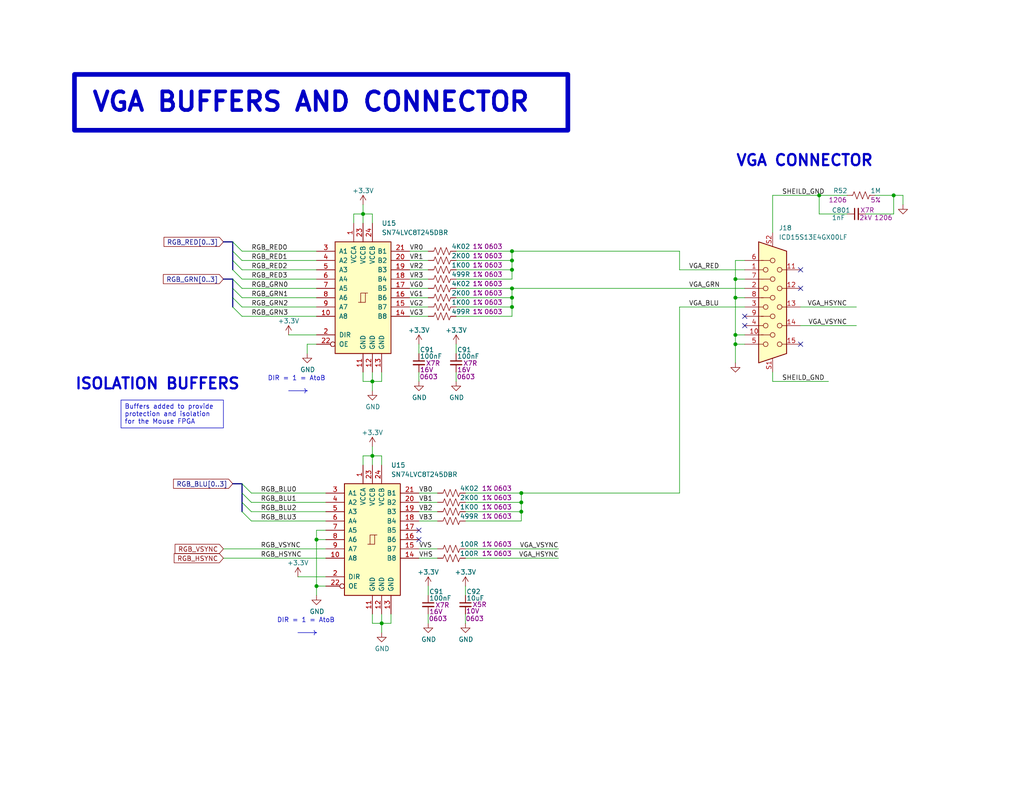
<source format=kicad_sch>
(kicad_sch (version 20230121) (generator eeschema)

  (uuid 85be5f2c-0bcc-4e15-99fe-24cb82514794)

  (paper "USLetter")

  (title_block
    (title "Z80 Retro! - FLEADiP Board")
    (date "2023-06-12")
    (rev "0.0")
    (company "Denno Wiggle")
    (comment 1 "VGA Buffers and Connector")
  )

  (lib_symbols
    (symbol "SN74LVC8T245DBR_2" (pin_names (offset 1.016)) (in_bom yes) (on_board yes)
      (property "Reference" "U" (at 3.81 20.32 0)
        (effects (font (size 1.27 1.27)) (justify left top))
      )
      (property "Value" "SN74LVC8T245DBR" (at 3.81 17.78 0)
        (effects (font (size 1.27 1.27)) (justify left top))
      )
      (property "Footprint" "Package_SO:SSOP-24_5.3x8.2mm_P0.65mm" (at 6.35 -17.78 0)
        (effects (font (size 1.27 1.27)) (justify left top) hide)
      )
      (property "Datasheet" "https://www.ti.com/lit/ds/symlink/sn74lvc8t245.pdf" (at 6.35 -20.32 0)
        (effects (font (size 1.27 1.27)) (justify left top) hide)
      )
      (property "MPN" "SN74LVC8T245DBR" (at 6.35 -27.94 0)
        (effects (font (size 1.27 1.27)) (justify left top) hide)
      )
      (property "Digikey" "296-21065-1-ND" (at 6.35 -25.4 0)
        (effects (font (size 1.27 1.27)) (justify left top) hide)
      )
      (property "Description" "IC TRANSLATION TXRX 5.5V 24SSOP" (at 6.35 -22.86 0)
        (effects (font (size 1.27 1.27)) (justify left top) hide)
      )
      (property "Manufacturer" "Texas Instruments" (at 15.24 -31.75 0)
        (effects (font (size 1.27 1.27)) hide)
      )
      (property "ki_keywords" "3.3V BUS 3State" (at 0 0 0)
        (effects (font (size 1.27 1.27)) hide)
      )
      (property "ki_description" "Octal BUS Transceivers, 3-State outputs" (at 0 0 0)
        (effects (font (size 1.27 1.27)) hide)
      )
      (symbol "SN74LVC8T245DBR_2_1_0"
        (polyline
          (pts
            (xy -0.635 -1.27)
            (xy -0.635 1.27)
            (xy 0.635 1.27)
          )
          (stroke (width 0) (type solid))
          (fill (type none))
        )
        (polyline
          (pts
            (xy -1.27 -1.27)
            (xy 0.635 -1.27)
            (xy 0.635 1.27)
            (xy 1.27 1.27)
          )
          (stroke (width 0) (type solid))
          (fill (type none))
        )
        (pin power_in line (at -2.54 20.32 270) (length 5.08)
          (name "VCCA" (effects (font (size 1.27 1.27))))
          (number "1" (effects (font (size 1.27 1.27))))
        )
        (pin tri_state line (at -12.7 -5.08 0) (length 5.08)
          (name "A8" (effects (font (size 1.27 1.27))))
          (number "10" (effects (font (size 1.27 1.27))))
        )
        (pin power_in line (at 0 -20.32 90) (length 5.08)
          (name "GND" (effects (font (size 1.27 1.27))))
          (number "11" (effects (font (size 1.27 1.27))))
        )
        (pin power_in line (at 2.54 -20.32 90) (length 5.08)
          (name "GND" (effects (font (size 1.27 1.27))))
          (number "12" (effects (font (size 1.27 1.27))))
        )
        (pin power_in line (at 5.08 -20.32 90) (length 5.08)
          (name "GND" (effects (font (size 1.27 1.27))))
          (number "13" (effects (font (size 1.27 1.27))))
        )
        (pin tri_state line (at 12.7 -5.08 180) (length 5.08)
          (name "B8" (effects (font (size 1.27 1.27))))
          (number "14" (effects (font (size 1.27 1.27))))
        )
        (pin tri_state line (at 12.7 -2.54 180) (length 5.08)
          (name "B7" (effects (font (size 1.27 1.27))))
          (number "15" (effects (font (size 1.27 1.27))))
        )
        (pin tri_state line (at 12.7 0 180) (length 5.08)
          (name "B6" (effects (font (size 1.27 1.27))))
          (number "16" (effects (font (size 1.27 1.27))))
        )
        (pin tri_state line (at 12.7 2.54 180) (length 5.08)
          (name "B5" (effects (font (size 1.27 1.27))))
          (number "17" (effects (font (size 1.27 1.27))))
        )
        (pin tri_state line (at 12.7 5.08 180) (length 5.08)
          (name "B4" (effects (font (size 1.27 1.27))))
          (number "18" (effects (font (size 1.27 1.27))))
        )
        (pin tri_state line (at 12.7 7.62 180) (length 5.08)
          (name "B3" (effects (font (size 1.27 1.27))))
          (number "19" (effects (font (size 1.27 1.27))))
        )
        (pin input line (at -12.7 -10.16 0) (length 5.08)
          (name "DIR" (effects (font (size 1.27 1.27))))
          (number "2" (effects (font (size 1.27 1.27))))
        )
        (pin tri_state line (at 12.7 10.16 180) (length 5.08)
          (name "B2" (effects (font (size 1.27 1.27))))
          (number "20" (effects (font (size 1.27 1.27))))
        )
        (pin tri_state line (at 12.7 12.7 180) (length 5.08)
          (name "B1" (effects (font (size 1.27 1.27))))
          (number "21" (effects (font (size 1.27 1.27))))
        )
        (pin input inverted (at -12.7 -12.7 0) (length 5.08)
          (name "OE" (effects (font (size 1.27 1.27))))
          (number "22" (effects (font (size 1.27 1.27))))
        )
        (pin power_in line (at 0 20.32 270) (length 5.08)
          (name "VCCB" (effects (font (size 1.27 1.27))))
          (number "23" (effects (font (size 1.27 1.27))))
        )
        (pin power_in line (at 2.54 20.32 270) (length 5.08)
          (name "VCCB" (effects (font (size 1.27 1.27))))
          (number "24" (effects (font (size 1.27 1.27))))
        )
        (pin tri_state line (at -12.7 12.7 0) (length 5.08)
          (name "A1" (effects (font (size 1.27 1.27))))
          (number "3" (effects (font (size 1.27 1.27))))
        )
        (pin tri_state line (at -12.7 10.16 0) (length 5.08)
          (name "A2" (effects (font (size 1.27 1.27))))
          (number "4" (effects (font (size 1.27 1.27))))
        )
        (pin tri_state line (at -12.7 7.62 0) (length 5.08)
          (name "A3" (effects (font (size 1.27 1.27))))
          (number "5" (effects (font (size 1.27 1.27))))
        )
        (pin tri_state line (at -12.7 5.08 0) (length 5.08)
          (name "A4" (effects (font (size 1.27 1.27))))
          (number "6" (effects (font (size 1.27 1.27))))
        )
        (pin tri_state line (at -12.7 2.54 0) (length 5.08)
          (name "A5" (effects (font (size 1.27 1.27))))
          (number "7" (effects (font (size 1.27 1.27))))
        )
        (pin tri_state line (at -12.7 0 0) (length 5.08)
          (name "A6" (effects (font (size 1.27 1.27))))
          (number "8" (effects (font (size 1.27 1.27))))
        )
        (pin tri_state line (at -12.7 -2.54 0) (length 5.08)
          (name "A7" (effects (font (size 1.27 1.27))))
          (number "9" (effects (font (size 1.27 1.27))))
        )
      )
      (symbol "SN74LVC8T245DBR_2_1_1"
        (rectangle (start -7.62 15.24) (end 7.62 -15.24)
          (stroke (width 0.254) (type solid))
          (fill (type background))
        )
      )
    )
    (symbol "WTM:C_100nF_X7R_16V_0805H" (pin_numbers hide) (pin_names (offset 0) hide) (in_bom yes) (on_board yes)
      (property "Reference" "C" (at 0.254 3.556 0) (do_not_autoplace)
        (effects (font (size 1.27 1.27)) (justify left))
      )
      (property "Value" "100nF" (at 0.254 1.778 0) (do_not_autoplace)
        (effects (font (size 1.27 1.27)) (justify left))
      )
      (property "Footprint" "Capacitor_SMD:C_0805_2012Metric_Pad1.18x1.45mm_HandSolder" (at 2.54 -10.16 0)
        (effects (font (size 1.27 1.27)) hide)
      )
      (property "Datasheet" "https://www.we-online.com/katalog/datasheet/885012207045.pdf" (at 0 -25.4 0)
        (effects (font (size 1.27 1.27)) hide)
      )
      (property "Digikey" "732-8045-1-ND" (at 1.27 -12.7 0)
        (effects (font (size 1.27 1.27)) hide)
      )
      (property "Description" "CAP CER 0.1UF 16V X7R 0805" (at 1.27 -22.86 0)
        (effects (font (size 1.27 1.27)) hide)
      )
      (property "Dielectric" "X7R" (at 1.905 -0.127 0) (do_not_autoplace)
        (effects (font (size 1.27 1.27)) (justify left))
      )
      (property "Voltage" "16V" (at 0.254 -1.905 0) (do_not_autoplace)
        (effects (font (size 1.27 1.27)) (justify left))
      )
      (property "MPN" "885012207045" (at 1.27 -20.32 0)
        (effects (font (size 1.27 1.27)) hide)
      )
      (property "Manufacturer" "Würth Elektronik" (at 1.27 -17.78 0)
        (effects (font (size 1.27 1.27)) hide)
      )
      (property "Footprint2" "0805H" (at 0.127 -3.81 0) (do_not_autoplace)
        (effects (font (size 1.27 1.27)) (justify left))
      )
      (property "Digi-Key_PN" "732-8045-1-ND" (at 1.27 -15.24 0)
        (effects (font (size 1.27 1.27)) hide)
      )
      (property "ki_keywords" "capacitor cap" (at 0 0 0)
        (effects (font (size 1.27 1.27)) hide)
      )
      (property "ki_description" "Unpolarized capacitor, small symbol" (at 0 0 0)
        (effects (font (size 1.27 1.27)) hide)
      )
      (property "ki_fp_filters" "C_*" (at 0 0 0)
        (effects (font (size 1.27 1.27)) hide)
      )
      (symbol "C_100nF_X7R_16V_0805H_0_1"
        (polyline
          (pts
            (xy -1.524 -0.508)
            (xy 1.524 -0.508)
          )
          (stroke (width 0.3302) (type default))
          (fill (type none))
        )
        (polyline
          (pts
            (xy -1.524 0.508)
            (xy 1.524 0.508)
          )
          (stroke (width 0.3048) (type default))
          (fill (type none))
        )
      )
      (symbol "C_100nF_X7R_16V_0805H_1_1"
        (pin passive line (at 0 2.54 270) (length 2.032)
          (name "~" (effects (font (size 1.27 1.27))))
          (number "1" (effects (font (size 1.27 1.27))))
        )
        (pin passive line (at 0 -2.54 90) (length 2.032)
          (name "~" (effects (font (size 1.27 1.27))))
          (number "2" (effects (font (size 1.27 1.27))))
        )
      )
    )
    (symbol "WTM:C_100nF_X7R_16V_0805H_Horizontal" (pin_numbers hide) (pin_names (offset 0) hide) (in_bom yes) (on_board yes)
      (property "Reference" "C" (at -6.731 1.016 0) (do_not_autoplace)
        (effects (font (size 1.27 1.27)) (justify left))
      )
      (property "Value" "100nF" (at -6.731 -1.016 0) (do_not_autoplace)
        (effects (font (size 1.27 1.27)) (justify left))
      )
      (property "Footprint" "Capacitor_SMD:C_0805_2012Metric_Pad1.18x1.45mm_HandSolder" (at 2.54 -10.16 0)
        (effects (font (size 1.27 1.27)) hide)
      )
      (property "Datasheet" "https://www.we-online.com/katalog/datasheet/885012207045.pdf" (at 0 -25.4 0)
        (effects (font (size 1.27 1.27)) hide)
      )
      (property "Digikey" "732-8045-1-ND" (at 1.27 -12.7 0)
        (effects (font (size 1.27 1.27)) hide)
      )
      (property "Description" "CAP CER 0.1UF 16V X7R 0805" (at 1.27 -22.86 0)
        (effects (font (size 1.27 1.27)) hide)
      )
      (property "Dielectric" "X7R" (at 1.016 1.016 0) (do_not_autoplace)
        (effects (font (size 1.27 1.27)) (justify left))
      )
      (property "Voltage" "16V" (at 0.762 -1.016 0) (do_not_autoplace)
        (effects (font (size 1.27 1.27)) (justify left))
      )
      (property "MPN" "885012207045" (at 1.27 -20.32 0)
        (effects (font (size 1.27 1.27)) hide)
      )
      (property "Manufacturer" "Würth Elektronik" (at 1.27 -17.78 0)
        (effects (font (size 1.27 1.27)) hide)
      )
      (property "Footprint2" "0805H" (at 4.826 -1.016 0) (do_not_autoplace)
        (effects (font (size 1.27 1.27)) (justify left))
      )
      (property "Digi-Key_PN" "732-8045-1-ND" (at 1.27 -15.24 0)
        (effects (font (size 1.27 1.27)) hide)
      )
      (property "ki_keywords" "capacitor cap" (at 0 0 0)
        (effects (font (size 1.27 1.27)) hide)
      )
      (property "ki_description" "Unpolarized capacitor, small symbol" (at 0 0 0)
        (effects (font (size 1.27 1.27)) hide)
      )
      (property "ki_fp_filters" "C_*" (at 0 0 0)
        (effects (font (size 1.27 1.27)) hide)
      )
      (symbol "C_100nF_X7R_16V_0805H_Horizontal_0_1"
        (polyline
          (pts
            (xy -0.508 -1.524)
            (xy -0.508 1.524)
          )
          (stroke (width 0.3048) (type default))
          (fill (type none))
        )
        (polyline
          (pts
            (xy 0.508 -1.524)
            (xy 0.508 1.524)
          )
          (stroke (width 0.3302) (type default))
          (fill (type none))
        )
      )
      (symbol "C_100nF_X7R_16V_0805H_Horizontal_1_1"
        (pin passive line (at -2.54 0 0) (length 2.032)
          (name "~" (effects (font (size 1.27 1.27))))
          (number "1" (effects (font (size 1.27 1.27))))
        )
        (pin passive line (at 2.54 0 180) (length 2.032)
          (name "~" (effects (font (size 1.27 1.27))))
          (number "2" (effects (font (size 1.27 1.27))))
        )
      )
    )
    (symbol "WTM:C_10uF_X5R_16V_0805H" (pin_numbers hide) (pin_names (offset 0.254) hide) (in_bom yes) (on_board yes)
      (property "Reference" "C206" (at 0.254 3.556 0) (do_not_autoplace)
        (effects (font (size 1.27 1.27)) (justify left))
      )
      (property "Value" "10uF" (at 0.254 1.778 0) (do_not_autoplace)
        (effects (font (size 1.27 1.27)) (justify left))
      )
      (property "Footprint" "Capacitor_SMD:C_0805_2012Metric_Pad1.18x1.45mm_HandSolder" (at 1.27 -20.32 0)
        (effects (font (size 1.27 1.27)) hide)
      )
      (property "Datasheet" "https://media.digikey.com/pdf/Data%20Sheets/Samsung%20PDFs/CL21A106KOQNNNG_Spec.pdf" (at 0 -10.16 0)
        (effects (font (size 1.27 1.27)) hide)
      )
      (property "Digikey" "1276-6455-1-ND" (at 1.27 -22.86 0)
        (effects (font (size 1.27 1.27)) hide)
      )
      (property "Description" "CAP CER 10UF 16V X5R 0805" (at 1.27 -12.7 0)
        (effects (font (size 1.27 1.27)) hide)
      )
      (property "Dielectric" "X5R" (at 1.905 0.762 0) (do_not_autoplace)
        (effects (font (size 1.27 1.27)) (justify left top))
      )
      (property "Voltage" "16V" (at 0.127 -1.016 0) (do_not_autoplace)
        (effects (font (size 1.27 1.27)) (justify left top))
      )
      (property "Footprint2" "0805H" (at 3.302 -3.81 0) (do_not_autoplace)
        (effects (font (size 1.27 1.27)))
      )
      (property "Digi-Key_PN" "1276-6455-1-ND" (at 1.27 -25.4 0)
        (effects (font (size 1.27 1.27)) hide)
      )
      (property "MPN" "CL21A106KOQNNNG" (at 0 -17.78 0)
        (effects (font (size 1.27 1.27)) hide)
      )
      (property "Manufacturer" "Samsung Electro-Mechanics" (at 1.27 -15.24 0)
        (effects (font (size 1.27 1.27)) hide)
      )
      (property "ki_keywords" "capacitor cap" (at 0 0 0)
        (effects (font (size 1.27 1.27)) hide)
      )
      (property "ki_description" "Unpolarized capacitor, small symbol" (at 0 0 0)
        (effects (font (size 1.27 1.27)) hide)
      )
      (property "ki_fp_filters" "C_*" (at 0 0 0)
        (effects (font (size 1.27 1.27)) hide)
      )
      (symbol "C_10uF_X5R_16V_0805H_0_1"
        (polyline
          (pts
            (xy -1.524 -0.508)
            (xy 1.524 -0.508)
          )
          (stroke (width 0.3302) (type default))
          (fill (type none))
        )
        (polyline
          (pts
            (xy -1.524 0.508)
            (xy 1.524 0.508)
          )
          (stroke (width 0.3048) (type default))
          (fill (type none))
        )
      )
      (symbol "C_10uF_X5R_16V_0805H_1_1"
        (pin passive line (at 0 2.54 270) (length 2.032)
          (name "~" (effects (font (size 1.27 1.27))))
          (number "1" (effects (font (size 1.27 1.27))))
        )
        (pin passive line (at 0 -2.54 90) (length 2.032)
          (name "~" (effects (font (size 1.27 1.27))))
          (number "2" (effects (font (size 1.27 1.27))))
        )
      )
    )
    (symbol "WTM:DSUB-15-HD-RECEPTACLE-VGA-ICD15S13E4GX00LF" (pin_names (offset 1.016) hide) (in_bom yes) (on_board yes)
      (property "Reference" "J18" (at 0 33.02 0)
        (effects (font (size 1.27 1.27)))
      )
      (property "Value" "ICD15S13E4GX00LF" (at 0 30.48 0)
        (effects (font (size 1.27 1.27)))
      )
      (property "Footprint" "WTM_Library:AMPHENOL_ICD15S13E4GX00LF" (at 0 -36.83 0)
        (effects (font (size 1.27 1.27)) hide)
      )
      (property "Datasheet" "https://cdn.amphenol-cs.com/media/wysiwyg/files/drawing/c-cd-0012.pdf" (at 1.27 -39.37 0)
        (effects (font (size 1.27 1.27)) hide)
      )
      (property "Digikey" "609-5181-ND" (at 0 -31.75 0)
        (effects (font (size 1.27 1.27)) hide)
      )
      (property "Manufacturer" "Amphenol ICC (FCI)" (at 0 -29.21 0)
        (effects (font (size 1.27 1.27)) hide)
      )
      (property "MPN" "ICD15S13E4GX00LF" (at 1.27 -34.29 0)
        (effects (font (size 1.27 1.27)) hide)
      )
      (property "Description" "CONN D-SUB HD RCPT 15P R/A SLDR" (at 1.27 -26.67 0)
        (effects (font (size 1.27 1.27)) hide)
      )
      (property "ki_keywords" "connector receptacle de15 female D-SUB VGA" (at 0 0 0)
        (effects (font (size 1.27 1.27)) hide)
      )
      (property "ki_description" "15-pin female receptacle socket D-SUB connector, High density (3 columns), Triple Row, Generic, VGA-connector, Mounting Hole" (at 0 0 0)
        (effects (font (size 1.27 1.27)) hide)
      )
      (property "ki_fp_filters" "DSUB*Female*" (at 0 0 0)
        (effects (font (size 1.27 1.27)) hide)
      )
      (symbol "DSUB-15-HD-RECEPTACLE-VGA-ICD15S13E4GX00LF_0_1"
        (circle (center -1.905 -10.16) (radius 0.635)
          (stroke (width 0) (type default))
          (fill (type none))
        )
        (circle (center -1.905 -5.08) (radius 0.635)
          (stroke (width 0) (type default))
          (fill (type none))
        )
        (circle (center -1.905 0) (radius 0.635)
          (stroke (width 0) (type default))
          (fill (type none))
        )
        (circle (center -1.905 5.08) (radius 0.635)
          (stroke (width 0) (type default))
          (fill (type none))
        )
        (circle (center -1.905 10.16) (radius 0.635)
          (stroke (width 0) (type default))
          (fill (type none))
        )
        (circle (center 0 -7.62) (radius 0.635)
          (stroke (width 0) (type default))
          (fill (type none))
        )
        (circle (center 0 -2.54) (radius 0.635)
          (stroke (width 0) (type default))
          (fill (type none))
        )
        (polyline
          (pts
            (xy -3.175 7.62)
            (xy -0.635 7.62)
          )
          (stroke (width 0) (type default))
          (fill (type none))
        )
        (polyline
          (pts
            (xy -0.635 -7.62)
            (xy -3.175 -7.62)
          )
          (stroke (width 0) (type default))
          (fill (type none))
        )
        (polyline
          (pts
            (xy -0.635 -2.54)
            (xy -3.175 -2.54)
          )
          (stroke (width 0) (type default))
          (fill (type none))
        )
        (polyline
          (pts
            (xy -0.635 2.54)
            (xy -3.175 2.54)
          )
          (stroke (width 0) (type default))
          (fill (type none))
        )
        (polyline
          (pts
            (xy -0.635 12.7)
            (xy -3.175 12.7)
          )
          (stroke (width 0) (type default))
          (fill (type none))
        )
        (polyline
          (pts
            (xy -3.81 17.78)
            (xy -3.81 -15.24)
            (xy 3.81 -12.7)
            (xy 3.81 15.24)
            (xy -3.81 17.78)
          )
          (stroke (width 0.254) (type default))
          (fill (type background))
        )
        (circle (center 0 2.54) (radius 0.635)
          (stroke (width 0) (type default))
          (fill (type none))
        )
        (circle (center 0 7.62) (radius 0.635)
          (stroke (width 0) (type default))
          (fill (type none))
        )
        (circle (center 0 12.7) (radius 0.635)
          (stroke (width 0) (type default))
          (fill (type none))
        )
        (circle (center 1.905 -10.16) (radius 0.635)
          (stroke (width 0) (type default))
          (fill (type none))
        )
        (circle (center 1.905 -5.08) (radius 0.635)
          (stroke (width 0) (type default))
          (fill (type none))
        )
        (circle (center 1.905 0) (radius 0.635)
          (stroke (width 0) (type default))
          (fill (type none))
        )
        (circle (center 1.905 5.08) (radius 0.635)
          (stroke (width 0) (type default))
          (fill (type none))
        )
        (circle (center 1.905 10.16) (radius 0.635)
          (stroke (width 0) (type default))
          (fill (type none))
        )
      )
      (symbol "DSUB-15-HD-RECEPTACLE-VGA-ICD15S13E4GX00LF_1_1"
        (pin passive line (at -7.62 10.16 0) (length 5.08)
          (name "~" (effects (font (size 1.27 1.27))))
          (number "1" (effects (font (size 1.27 1.27))))
        )
        (pin passive line (at -7.62 -7.62 0) (length 5.08)
          (name "~" (effects (font (size 1.27 1.27))))
          (number "10" (effects (font (size 1.27 1.27))))
        )
        (pin passive line (at 7.62 10.16 180) (length 5.08)
          (name "~" (effects (font (size 1.27 1.27))))
          (number "11" (effects (font (size 1.27 1.27))))
        )
        (pin passive line (at 7.62 5.08 180) (length 5.08)
          (name "~" (effects (font (size 1.27 1.27))))
          (number "12" (effects (font (size 1.27 1.27))))
        )
        (pin passive line (at 7.62 0 180) (length 5.08)
          (name "~" (effects (font (size 1.27 1.27))))
          (number "13" (effects (font (size 1.27 1.27))))
        )
        (pin passive line (at 7.62 -5.08 180) (length 5.08)
          (name "~" (effects (font (size 1.27 1.27))))
          (number "14" (effects (font (size 1.27 1.27))))
        )
        (pin passive line (at 7.62 -10.16 180) (length 5.08)
          (name "~" (effects (font (size 1.27 1.27))))
          (number "15" (effects (font (size 1.27 1.27))))
        )
        (pin passive line (at -7.62 5.08 0) (length 5.08)
          (name "~" (effects (font (size 1.27 1.27))))
          (number "2" (effects (font (size 1.27 1.27))))
        )
        (pin passive line (at -7.62 0 0) (length 5.08)
          (name "~" (effects (font (size 1.27 1.27))))
          (number "3" (effects (font (size 1.27 1.27))))
        )
        (pin passive line (at -7.62 -5.08 0) (length 5.08)
          (name "~" (effects (font (size 1.27 1.27))))
          (number "4" (effects (font (size 1.27 1.27))))
        )
        (pin passive line (at -7.62 -10.16 0) (length 5.08)
          (name "~" (effects (font (size 1.27 1.27))))
          (number "5" (effects (font (size 1.27 1.27))))
        )
        (pin passive line (at -7.62 12.7 0) (length 5.08)
          (name "~" (effects (font (size 1.27 1.27))))
          (number "6" (effects (font (size 1.27 1.27))))
        )
        (pin passive line (at -7.62 7.62 0) (length 5.08)
          (name "~" (effects (font (size 1.27 1.27))))
          (number "7" (effects (font (size 1.27 1.27))))
        )
        (pin passive line (at -7.62 2.54 0) (length 5.08)
          (name "~" (effects (font (size 1.27 1.27))))
          (number "8" (effects (font (size 1.27 1.27))))
        )
        (pin passive line (at -7.62 -2.54 0) (length 5.08)
          (name "~" (effects (font (size 1.27 1.27))))
          (number "9" (effects (font (size 1.27 1.27))))
        )
        (pin passive line (at 0 -17.78 90) (length 3.81)
          (name "SH1" (effects (font (size 1.27 1.27))))
          (number "S1" (effects (font (size 1.27 1.27))))
        )
        (pin passive line (at 0 20.32 270) (length 3.81)
          (name "SH2" (effects (font (size 1.27 1.27))))
          (number "S2" (effects (font (size 1.27 1.27))))
        )
      )
    )
    (symbol "WTM:R_0R_5%_0805H_Horizontal1" (pin_numbers hide) (pin_names (offset 0)) (in_bom yes) (on_board yes)
      (property "Reference" "R" (at -7.62 1.27 0) (do_not_autoplace)
        (effects (font (size 1.27 1.27)) (justify left))
      )
      (property "Value" "0R" (at 2.54 1.27 0) (do_not_autoplace)
        (effects (font (size 1.27 1.27)) (justify left))
      )
      (property "Footprint" "Resistor_SMD:R_0805_2012Metric_Pad1.20x1.40mm_HandSolder" (at 0 -12.7 0)
        (effects (font (size 1.27 1.27)) hide)
      )
      (property "Datasheet" "https://www.yageo.com/upload/media/product/productsearch/datasheet/rchip/PYu-RC_Group_51_RoHS_L_12.pdf" (at 0 -15.24 0)
        (effects (font (size 1.27 1.27)) hide)
      )
      (property "Tolerance" "5%" (at 2.54 -1.27 0) (do_not_autoplace)
        (effects (font (size 1.27 1.27)) (justify left))
      )
      (property "Footprint2" "0805H" (at -8.89 -1.27 0) (do_not_autoplace)
        (effects (font (size 1.27 1.27)) (justify left))
      )
      (property "MPN" "RC0805JR-070RL" (at 0 -20.32 0)
        (effects (font (size 1.27 1.27)) hide)
      )
      (property "Manufacturer" "Yaego" (at 0 -25.4 0)
        (effects (font (size 1.27 1.27)) hide)
      )
      (property "Description" "RES 0 OHM JUMPER 1/8W 0805" (at 0 -17.78 0)
        (effects (font (size 1.27 1.27)) hide)
      )
      (property "Digikey" "311-0.0ARCT-ND" (at 0 -22.86 0)
        (effects (font (size 1.27 1.27)) hide)
      )
      (property "ki_keywords" "R res resistor" (at 0 0 0)
        (effects (font (size 1.27 1.27)) hide)
      )
      (property "ki_description" "Resistor, US symbol" (at 0 0 0)
        (effects (font (size 1.27 1.27)) hide)
      )
      (property "ki_fp_filters" "R_*" (at 0 0 0)
        (effects (font (size 1.27 1.27)) hide)
      )
      (symbol "R_0R_5%_0805H_Horizontal1_0_1"
        (polyline
          (pts
            (xy -2.286 0)
            (xy -2.54 0)
          )
          (stroke (width 0) (type default))
          (fill (type none))
        )
        (polyline
          (pts
            (xy 2.286 0)
            (xy 2.54 0)
          )
          (stroke (width 0) (type default))
          (fill (type none))
        )
        (polyline
          (pts
            (xy -2.286 0)
            (xy -1.905 1.016)
            (xy -1.524 0)
            (xy -1.143 -1.016)
            (xy -0.762 0)
          )
          (stroke (width 0) (type default))
          (fill (type none))
        )
        (polyline
          (pts
            (xy -0.762 0)
            (xy -0.381 1.016)
            (xy 0 0)
            (xy 0.381 -1.016)
            (xy 0.762 0)
          )
          (stroke (width 0) (type default))
          (fill (type none))
        )
        (polyline
          (pts
            (xy 0.762 0)
            (xy 1.143 1.016)
            (xy 1.524 0)
            (xy 1.905 -1.016)
            (xy 2.286 0)
          )
          (stroke (width 0) (type default))
          (fill (type none))
        )
      )
      (symbol "R_0R_5%_0805H_Horizontal1_1_1"
        (pin passive line (at -3.81 0 0) (length 1.27)
          (name "~" (effects (font (size 1.27 1.27))))
          (number "1" (effects (font (size 1.27 1.27))))
        )
        (pin passive line (at 3.81 0 180) (length 1.27)
          (name "~" (effects (font (size 1.27 1.27))))
          (number "2" (effects (font (size 1.27 1.27))))
        )
      )
    )
    (symbol "WTM:R_33R_5%_0805H_Horizontal1" (pin_numbers hide) (pin_names (offset 0)) (in_bom yes) (on_board yes)
      (property "Reference" "R" (at -7.62 1.27 0) (do_not_autoplace)
        (effects (font (size 1.27 1.27)) (justify left))
      )
      (property "Value" "33R" (at 2.54 1.27 0) (do_not_autoplace)
        (effects (font (size 1.27 1.27)) (justify left))
      )
      (property "Footprint" "Resistor_SMD:R_0805_2012Metric_Pad1.20x1.40mm_HandSolder" (at 0 -12.7 0)
        (effects (font (size 1.27 1.27)) hide)
      )
      (property "Datasheet" "https://www.yageo.com/upload/media/product/productsearch/datasheet/rchip/PYu-RC_Group_51_RoHS_L_12.pdf" (at 0 -15.24 0)
        (effects (font (size 1.27 1.27)) hide)
      )
      (property "Tolerance" "5%" (at 2.54 -1.27 0) (do_not_autoplace)
        (effects (font (size 1.27 1.27)) (justify left))
      )
      (property "Footprint2" "0805H" (at -8.89 -1.27 0) (do_not_autoplace)
        (effects (font (size 1.27 1.27)) (justify left))
      )
      (property "MPN" "RC0805JR-0733RL" (at 0 -20.32 0)
        (effects (font (size 1.27 1.27)) hide)
      )
      (property "Manufacturer" "Yaego" (at 0 -25.4 0)
        (effects (font (size 1.27 1.27)) hide)
      )
      (property "Description" "RES 33 OHM 5% 1/8W 0805" (at 0 -17.78 0)
        (effects (font (size 1.27 1.27)) hide)
      )
      (property "Digikey" "311-33ARCT-ND" (at 0 -22.86 0)
        (effects (font (size 1.27 1.27)) hide)
      )
      (property "ki_keywords" "R res resistor" (at 0 0 0)
        (effects (font (size 1.27 1.27)) hide)
      )
      (property "ki_description" "Resistor, US symbol" (at 0 0 0)
        (effects (font (size 1.27 1.27)) hide)
      )
      (property "ki_fp_filters" "R_*" (at 0 0 0)
        (effects (font (size 1.27 1.27)) hide)
      )
      (symbol "R_33R_5%_0805H_Horizontal1_0_1"
        (polyline
          (pts
            (xy -2.286 0)
            (xy -2.54 0)
          )
          (stroke (width 0) (type default))
          (fill (type none))
        )
        (polyline
          (pts
            (xy 2.286 0)
            (xy 2.54 0)
          )
          (stroke (width 0) (type default))
          (fill (type none))
        )
        (polyline
          (pts
            (xy -2.286 0)
            (xy -1.905 1.016)
            (xy -1.524 0)
            (xy -1.143 -1.016)
            (xy -0.762 0)
          )
          (stroke (width 0) (type default))
          (fill (type none))
        )
        (polyline
          (pts
            (xy -0.762 0)
            (xy -0.381 1.016)
            (xy 0 0)
            (xy 0.381 -1.016)
            (xy 0.762 0)
          )
          (stroke (width 0) (type default))
          (fill (type none))
        )
        (polyline
          (pts
            (xy 0.762 0)
            (xy 1.143 1.016)
            (xy 1.524 0)
            (xy 1.905 -1.016)
            (xy 2.286 0)
          )
          (stroke (width 0) (type default))
          (fill (type none))
        )
      )
      (symbol "R_33R_5%_0805H_Horizontal1_1_1"
        (pin passive line (at -3.81 0 0) (length 1.27)
          (name "~" (effects (font (size 1.27 1.27))))
          (number "1" (effects (font (size 1.27 1.27))))
        )
        (pin passive line (at 3.81 0 180) (length 1.27)
          (name "~" (effects (font (size 1.27 1.27))))
          (number "2" (effects (font (size 1.27 1.27))))
        )
      )
    )
    (symbol "power:+3.3V" (power) (pin_names (offset 0)) (in_bom yes) (on_board yes)
      (property "Reference" "#PWR" (at 0 -3.81 0)
        (effects (font (size 1.27 1.27)) hide)
      )
      (property "Value" "+3.3V" (at 0 3.556 0)
        (effects (font (size 1.27 1.27)))
      )
      (property "Footprint" "" (at 0 0 0)
        (effects (font (size 1.27 1.27)) hide)
      )
      (property "Datasheet" "" (at 0 0 0)
        (effects (font (size 1.27 1.27)) hide)
      )
      (property "ki_keywords" "global power" (at 0 0 0)
        (effects (font (size 1.27 1.27)) hide)
      )
      (property "ki_description" "Power symbol creates a global label with name \"+3.3V\"" (at 0 0 0)
        (effects (font (size 1.27 1.27)) hide)
      )
      (symbol "+3.3V_0_1"
        (polyline
          (pts
            (xy -0.762 1.27)
            (xy 0 2.54)
          )
          (stroke (width 0) (type default))
          (fill (type none))
        )
        (polyline
          (pts
            (xy 0 0)
            (xy 0 2.54)
          )
          (stroke (width 0) (type default))
          (fill (type none))
        )
        (polyline
          (pts
            (xy 0 2.54)
            (xy 0.762 1.27)
          )
          (stroke (width 0) (type default))
          (fill (type none))
        )
      )
      (symbol "+3.3V_1_1"
        (pin power_in line (at 0 0 90) (length 0) hide
          (name "+3.3V" (effects (font (size 1.27 1.27))))
          (number "1" (effects (font (size 1.27 1.27))))
        )
      )
    )
    (symbol "power:GND" (power) (pin_names (offset 0)) (in_bom yes) (on_board yes)
      (property "Reference" "#PWR" (at 0 -6.35 0)
        (effects (font (size 1.27 1.27)) hide)
      )
      (property "Value" "GND" (at 0 -3.81 0)
        (effects (font (size 1.27 1.27)))
      )
      (property "Footprint" "" (at 0 0 0)
        (effects (font (size 1.27 1.27)) hide)
      )
      (property "Datasheet" "" (at 0 0 0)
        (effects (font (size 1.27 1.27)) hide)
      )
      (property "ki_keywords" "global power" (at 0 0 0)
        (effects (font (size 1.27 1.27)) hide)
      )
      (property "ki_description" "Power symbol creates a global label with name \"GND\" , ground" (at 0 0 0)
        (effects (font (size 1.27 1.27)) hide)
      )
      (symbol "GND_0_1"
        (polyline
          (pts
            (xy 0 0)
            (xy 0 -1.27)
            (xy 1.27 -1.27)
            (xy 0 -2.54)
            (xy -1.27 -1.27)
            (xy 0 -1.27)
          )
          (stroke (width 0) (type default))
          (fill (type none))
        )
      )
      (symbol "GND_1_1"
        (pin power_in line (at 0 0 270) (length 0) hide
          (name "GND" (effects (font (size 1.27 1.27))))
          (number "1" (effects (font (size 1.27 1.27))))
        )
      )
    )
  )

  (junction (at 101.6 124.46) (diameter 0) (color 0 0 0 0)
    (uuid 1a0c2847-87ae-4952-afe7-0da3f7576d53)
  )
  (junction (at 200.66 76.2) (diameter 0) (color 0 0 0 0)
    (uuid 2fda8223-5319-4371-b856-5782f24c306b)
  )
  (junction (at 243.84 53.34) (diameter 0) (color 0 0 0 0)
    (uuid 37fcb009-a712-4fb0-87d7-571d853e0ae1)
  )
  (junction (at 139.7 68.58) (diameter 0) (color 0 0 0 0)
    (uuid 3b82b440-a689-4c06-8850-8a078f85a146)
  )
  (junction (at 104.14 170.18) (diameter 0) (color 0 0 0 0)
    (uuid 52df37ea-3b78-4053-86cc-200686be91fe)
  )
  (junction (at 200.66 81.28) (diameter 0) (color 0 0 0 0)
    (uuid 6d39f4de-2d2e-4856-9b89-cdd1f74f581b)
  )
  (junction (at 86.36 160.02) (diameter 0) (color 0 0 0 0)
    (uuid 7ae810db-6563-474f-95de-7fdfbd57dc14)
  )
  (junction (at 139.7 83.82) (diameter 0) (color 0 0 0 0)
    (uuid 88441e8d-e716-4e38-ae2b-596e22298637)
  )
  (junction (at 200.66 91.44) (diameter 0) (color 0 0 0 0)
    (uuid 8a190c5a-61f5-4d0d-ac86-d5aeba3080c6)
  )
  (junction (at 139.7 71.12) (diameter 0) (color 0 0 0 0)
    (uuid 91042209-343e-4ebf-a2a8-d48d50710c0e)
  )
  (junction (at 101.6 104.14) (diameter 0) (color 0 0 0 0)
    (uuid 9a2fa271-3c4f-4313-92f7-f5747c7c02e6)
  )
  (junction (at 139.7 73.66) (diameter 0) (color 0 0 0 0)
    (uuid 9ef1054e-0391-425f-b25e-e36d02488a59)
  )
  (junction (at 139.7 78.74) (diameter 0) (color 0 0 0 0)
    (uuid b35e3e96-a2a3-4396-bd08-abf4c5ba55d0)
  )
  (junction (at 139.7 81.28) (diameter 0) (color 0 0 0 0)
    (uuid b62a53cc-c898-41db-bf31-0eefd1033314)
  )
  (junction (at 142.24 139.7) (diameter 0) (color 0 0 0 0)
    (uuid c266aeed-1450-4819-a693-804c5e713c9d)
  )
  (junction (at 223.52 53.34) (diameter 0) (color 0 0 0 0)
    (uuid d5bd5eb7-94d2-4e7c-af87-b111e29f23e5)
  )
  (junction (at 142.24 137.16) (diameter 0) (color 0 0 0 0)
    (uuid dbdaa980-5651-403a-8a32-c051be57c0b4)
  )
  (junction (at 99.06 58.42) (diameter 0) (color 0 0 0 0)
    (uuid e38019b8-dac3-457d-a56c-8be5c5bd7cc1)
  )
  (junction (at 86.36 147.32) (diameter 0) (color 0 0 0 0)
    (uuid e6db5554-7159-4ec2-b92a-2c2a064ff30c)
  )
  (junction (at 200.66 93.98) (diameter 0) (color 0 0 0 0)
    (uuid e8925e8c-ffed-45a4-b845-91d6668d6684)
  )
  (junction (at 142.24 134.62) (diameter 0) (color 0 0 0 0)
    (uuid f4cd28ff-6bd9-4127-bb4b-5fe208528291)
  )

  (no_connect (at 114.3 144.78) (uuid 2f83cf94-d83d-44c9-8ad1-fe8eb8e374a2))
  (no_connect (at 218.44 78.74) (uuid 340fe155-8193-4134-a4f5-2c4aba05bd24))
  (no_connect (at 218.44 93.98) (uuid 4c8c7897-ea50-4c12-9f61-f95d2a675afe))
  (no_connect (at 218.44 73.66) (uuid 65a0dee7-df04-400e-9860-eae088ed2b30))
  (no_connect (at 203.2 86.36) (uuid a97b6b15-4d08-4147-b23b-c19863c28ae5))
  (no_connect (at 114.3 147.32) (uuid b290f7e3-344b-400c-b69b-c4b7758a8275))
  (no_connect (at 203.2 88.9) (uuid ec5807ca-4076-4e5d-8714-6eafa877f228))

  (bus_entry (at 63.5 78.74) (size 2.54 2.54)
    (stroke (width 0) (type default))
    (uuid 09b4ba5b-38d3-4154-862d-178b6811fa22)
  )
  (bus_entry (at 66.04 134.62) (size 2.54 2.54)
    (stroke (width 0) (type default))
    (uuid 1751c214-7ae5-4b29-a57d-0ef2019993fd)
  )
  (bus_entry (at 63.5 83.82) (size 2.54 2.54)
    (stroke (width 0) (type default))
    (uuid 3389e759-8d64-4826-8235-85ed6031b85c)
  )
  (bus_entry (at 66.04 137.16) (size 2.54 2.54)
    (stroke (width 0) (type default))
    (uuid 3ba6fa04-fffe-47a5-8063-50b6488802fe)
  )
  (bus_entry (at 63.5 73.66) (size 2.54 2.54)
    (stroke (width 0) (type default))
    (uuid 48b13887-8af8-4b4a-9ea7-3de74fb01ee0)
  )
  (bus_entry (at 63.5 76.2) (size 2.54 2.54)
    (stroke (width 0) (type default))
    (uuid 9cc64602-6b45-4963-b1a7-b1794be818f5)
  )
  (bus_entry (at 66.04 132.08) (size 2.54 2.54)
    (stroke (width 0) (type default))
    (uuid ba37440f-da93-47c8-9234-1fae4473c890)
  )
  (bus_entry (at 63.5 68.58) (size 2.54 2.54)
    (stroke (width 0) (type default))
    (uuid c068e80c-645c-4bb2-9b6f-0f13b236e698)
  )
  (bus_entry (at 63.5 81.28) (size 2.54 2.54)
    (stroke (width 0) (type default))
    (uuid c2b8ea28-2415-48b4-a8ba-bae292979ff7)
  )
  (bus_entry (at 63.5 71.12) (size 2.54 2.54)
    (stroke (width 0) (type default))
    (uuid c74c2a96-e761-4adf-8536-74169591f012)
  )
  (bus_entry (at 63.5 66.04) (size 2.54 2.54)
    (stroke (width 0) (type default))
    (uuid e1975126-ff96-4670-8ca1-2244a6c3673e)
  )
  (bus_entry (at 66.04 139.7) (size 2.54 2.54)
    (stroke (width 0) (type default))
    (uuid e7ccad8b-683e-4bc0-bef0-6eee5d6a0350)
  )

  (wire (pts (xy 243.84 58.42) (xy 236.22 58.42))
    (stroke (width 0) (type default))
    (uuid 0448a965-16cd-493d-9a78-aaa113fd9179)
  )
  (wire (pts (xy 124.46 71.12) (xy 139.7 71.12))
    (stroke (width 0) (type default))
    (uuid 04860038-147b-41c9-a24c-e272d6be1c4f)
  )
  (wire (pts (xy 203.2 81.28) (xy 200.66 81.28))
    (stroke (width 0) (type default))
    (uuid 05fbeda0-026d-4e07-8478-991f328b0689)
  )
  (wire (pts (xy 104.14 170.18) (xy 104.14 172.72))
    (stroke (width 0) (type default))
    (uuid 0721ef9f-7c72-4f77-bd82-255007140dcd)
  )
  (wire (pts (xy 99.06 101.6) (xy 99.06 104.14))
    (stroke (width 0) (type default))
    (uuid 07cd2241-3860-4126-96fc-08877344de8e)
  )
  (wire (pts (xy 142.24 134.62) (xy 185.42 134.62))
    (stroke (width 0) (type default))
    (uuid 082eaa98-4482-498f-9f5a-5e1f614efea9)
  )
  (wire (pts (xy 68.58 134.62) (xy 88.9 134.62))
    (stroke (width 0) (type default))
    (uuid 0896d615-bc81-4fc0-bf3d-47232f483ce3)
  )
  (wire (pts (xy 86.36 160.02) (xy 86.36 162.56))
    (stroke (width 0) (type default))
    (uuid 091f7e7f-e746-4664-a28c-a63777a278da)
  )
  (wire (pts (xy 139.7 81.28) (xy 139.7 83.82))
    (stroke (width 0) (type default))
    (uuid 09ad26b4-841d-4a43-9f68-b1425beab498)
  )
  (bus (pts (xy 66.04 132.08) (xy 66.04 134.62))
    (stroke (width 0) (type default))
    (uuid 09f5916b-3b58-4618-a276-154e2caf95bf)
  )

  (wire (pts (xy 210.82 53.34) (xy 210.82 63.5))
    (stroke (width 0) (type default))
    (uuid 0a2e44c6-e86b-4a44-b832-e9295af21d4a)
  )
  (wire (pts (xy 66.04 73.66) (xy 86.36 73.66))
    (stroke (width 0) (type default))
    (uuid 0aa3cd80-9ba4-422e-abee-e348227f5ec3)
  )
  (wire (pts (xy 114.3 139.7) (xy 119.38 139.7))
    (stroke (width 0) (type default))
    (uuid 0b784a1d-e5c6-41a2-ae45-cc24192289e3)
  )
  (wire (pts (xy 203.2 93.98) (xy 200.66 93.98))
    (stroke (width 0) (type default))
    (uuid 15f451ed-fdc8-427e-ba92-420d0faccabc)
  )
  (wire (pts (xy 200.66 93.98) (xy 200.66 99.06))
    (stroke (width 0) (type default))
    (uuid 16eb2ccb-7b21-4734-8068-9ee81ff53190)
  )
  (wire (pts (xy 101.6 167.64) (xy 101.6 170.18))
    (stroke (width 0) (type default))
    (uuid 175a1698-ab1f-4225-8c8b-9be94262b64f)
  )
  (wire (pts (xy 203.2 71.12) (xy 200.66 71.12))
    (stroke (width 0) (type default))
    (uuid 19a5c847-fc84-4c00-b861-0ebffbe9e17e)
  )
  (wire (pts (xy 124.46 78.74) (xy 139.7 78.74))
    (stroke (width 0) (type default))
    (uuid 1aec7a4f-373d-4a80-912e-e80b21e50e5b)
  )
  (wire (pts (xy 139.7 83.82) (xy 139.7 86.36))
    (stroke (width 0) (type default))
    (uuid 1c3fa14a-8c32-4fa4-ae58-caabf5cdb096)
  )
  (wire (pts (xy 86.36 144.78) (xy 88.9 144.78))
    (stroke (width 0) (type default))
    (uuid 1db0d7ce-91cd-4fe1-8547-ef6ecc108e06)
  )
  (wire (pts (xy 116.84 167.64) (xy 116.84 170.18))
    (stroke (width 0) (type default))
    (uuid 22eda0b4-5065-4ccb-a58e-7366c68289e7)
  )
  (wire (pts (xy 218.44 88.9) (xy 233.68 88.9))
    (stroke (width 0) (type default))
    (uuid 24de4876-736d-4704-b520-8ecdddf8e540)
  )
  (wire (pts (xy 111.76 68.58) (xy 116.84 68.58))
    (stroke (width 0) (type default))
    (uuid 26fbaed9-046e-48ef-b019-9b28efe08206)
  )
  (wire (pts (xy 114.3 93.98) (xy 114.3 96.52))
    (stroke (width 0) (type default))
    (uuid 28491577-5641-4cb6-8aa0-1c0a9cf08b3c)
  )
  (wire (pts (xy 223.52 58.42) (xy 223.52 53.34))
    (stroke (width 0) (type default))
    (uuid 28ea5971-070a-4818-b60e-7c8aed75c4c4)
  )
  (wire (pts (xy 139.7 68.58) (xy 139.7 71.12))
    (stroke (width 0) (type default))
    (uuid 297bec5c-af2f-4427-b2e5-e8ad521ee083)
  )
  (wire (pts (xy 127 139.7) (xy 142.24 139.7))
    (stroke (width 0) (type default))
    (uuid 2a8e04d2-0988-4132-95ee-b597e8afc50b)
  )
  (wire (pts (xy 111.76 86.36) (xy 116.84 86.36))
    (stroke (width 0) (type default))
    (uuid 2dde2571-041e-4377-99f8-a063903165bf)
  )
  (wire (pts (xy 66.04 78.74) (xy 86.36 78.74))
    (stroke (width 0) (type default))
    (uuid 2e485a03-387e-44e5-9c7b-09a63875635e)
  )
  (wire (pts (xy 114.3 152.4) (xy 119.38 152.4))
    (stroke (width 0) (type default))
    (uuid 303fc8d0-199d-4ce0-a1c1-60fab379c5a9)
  )
  (wire (pts (xy 101.6 58.42) (xy 101.6 60.96))
    (stroke (width 0) (type default))
    (uuid 31e82da8-06ec-4f3b-bc88-05cbd04781e4)
  )
  (wire (pts (xy 231.14 58.42) (xy 223.52 58.42))
    (stroke (width 0) (type default))
    (uuid 339afb47-c90c-4a67-b4de-8532d4073b11)
  )
  (wire (pts (xy 185.42 134.62) (xy 185.42 83.82))
    (stroke (width 0) (type default))
    (uuid 33edf5af-8a05-4a39-b906-7d9972e44d9c)
  )
  (wire (pts (xy 142.24 137.16) (xy 142.24 139.7))
    (stroke (width 0) (type default))
    (uuid 34c98aab-1434-4234-a108-df66f5facfbb)
  )
  (wire (pts (xy 99.06 104.14) (xy 101.6 104.14))
    (stroke (width 0) (type default))
    (uuid 36d92fe8-def0-4032-b60b-e3009db08af2)
  )
  (wire (pts (xy 104.14 124.46) (xy 104.14 127))
    (stroke (width 0) (type default))
    (uuid 36fcce03-fc1e-405a-b896-fd605ff89a31)
  )
  (wire (pts (xy 60.96 149.86) (xy 88.9 149.86))
    (stroke (width 0) (type default))
    (uuid 38a7d0f2-708d-4d3a-8056-d367541de87a)
  )
  (wire (pts (xy 200.66 76.2) (xy 200.66 81.28))
    (stroke (width 0) (type default))
    (uuid 38ae0c1c-0d95-4656-b0c4-c1dcc4fc87c0)
  )
  (wire (pts (xy 104.14 170.18) (xy 106.68 170.18))
    (stroke (width 0) (type default))
    (uuid 395ca11e-81a2-4313-a973-1af504907422)
  )
  (wire (pts (xy 246.38 55.88) (xy 246.38 53.34))
    (stroke (width 0) (type default))
    (uuid 3972e974-f13d-460b-a2d0-aa3c53636136)
  )
  (bus (pts (xy 63.5 68.58) (xy 63.5 71.12))
    (stroke (width 0) (type default))
    (uuid 3a5d8296-02e9-4127-b463-a3804cdcfac3)
  )

  (wire (pts (xy 66.04 81.28) (xy 86.36 81.28))
    (stroke (width 0) (type default))
    (uuid 3c4fb7c9-d867-4d3b-8b59-267758ab2d85)
  )
  (bus (pts (xy 63.5 132.08) (xy 66.04 132.08))
    (stroke (width 0) (type default))
    (uuid 3ebccefa-100a-4752-a88c-dc40eda7afb7)
  )

  (wire (pts (xy 243.84 53.34) (xy 238.76 53.34))
    (stroke (width 0) (type default))
    (uuid 42b8e730-d99d-4bbd-bba2-f556f345c71d)
  )
  (wire (pts (xy 185.42 83.82) (xy 203.2 83.82))
    (stroke (width 0) (type default))
    (uuid 46071919-ae2c-4e96-85f6-b70fbb88930a)
  )
  (wire (pts (xy 111.76 81.28) (xy 116.84 81.28))
    (stroke (width 0) (type default))
    (uuid 4788e9f6-9a80-4bee-9742-68550835ae26)
  )
  (wire (pts (xy 114.3 101.6) (xy 114.3 104.14))
    (stroke (width 0) (type default))
    (uuid 48feca57-3a9a-4bf9-99f6-9f7ea038ae81)
  )
  (wire (pts (xy 68.58 137.16) (xy 88.9 137.16))
    (stroke (width 0) (type default))
    (uuid 4a6d1cbd-d92b-43df-b8d4-e2bc834a5d6e)
  )
  (bus (pts (xy 66.04 137.16) (xy 66.04 139.7))
    (stroke (width 0) (type default))
    (uuid 4bdf9298-7768-427d-8288-7f884af6b72a)
  )

  (wire (pts (xy 124.46 73.66) (xy 139.7 73.66))
    (stroke (width 0) (type default))
    (uuid 4bea7ca1-e97b-4206-b68d-12ceb780c15e)
  )
  (wire (pts (xy 203.2 76.2) (xy 200.66 76.2))
    (stroke (width 0) (type default))
    (uuid 4d16faa2-8480-4a32-9aae-476c08d07f83)
  )
  (wire (pts (xy 96.52 58.42) (xy 96.52 60.96))
    (stroke (width 0) (type default))
    (uuid 501a752d-1647-45b6-b02b-f65d56356eea)
  )
  (wire (pts (xy 203.2 91.44) (xy 200.66 91.44))
    (stroke (width 0) (type default))
    (uuid 5103a9a5-d9a0-4156-a065-9aa7f233945a)
  )
  (wire (pts (xy 88.9 160.02) (xy 86.36 160.02))
    (stroke (width 0) (type default))
    (uuid 5111f9fa-5102-471b-b192-62a1a9b4f36d)
  )
  (wire (pts (xy 124.46 76.2) (xy 139.7 76.2))
    (stroke (width 0) (type default))
    (uuid 54258c78-9a06-4b87-9ade-fad924380ef5)
  )
  (wire (pts (xy 218.44 83.82) (xy 233.68 83.82))
    (stroke (width 0) (type default))
    (uuid 5b2446c2-48b1-4efb-bc48-dafc0d155531)
  )
  (wire (pts (xy 68.58 139.7) (xy 88.9 139.7))
    (stroke (width 0) (type default))
    (uuid 5bcbf744-20c4-4eb8-b378-3f432139f22f)
  )
  (wire (pts (xy 66.04 68.58) (xy 86.36 68.58))
    (stroke (width 0) (type default))
    (uuid 5c535906-7740-48d0-88e0-2d63fb3593c4)
  )
  (wire (pts (xy 185.42 68.58) (xy 185.42 73.66))
    (stroke (width 0) (type default))
    (uuid 5cdb0084-3d52-43cc-a1ac-e46d8f4fe6f9)
  )
  (wire (pts (xy 124.46 101.6) (xy 124.46 104.14))
    (stroke (width 0) (type default))
    (uuid 5daf8058-37d2-41e1-b583-5c0cb9ed99b9)
  )
  (wire (pts (xy 66.04 71.12) (xy 86.36 71.12))
    (stroke (width 0) (type default))
    (uuid 634e4ef4-e250-482f-b188-5ad951d5df42)
  )
  (wire (pts (xy 81.28 157.48) (xy 88.9 157.48))
    (stroke (width 0) (type default))
    (uuid 64b0cfcb-862e-4ec6-9a26-1a883e5732c0)
  )
  (wire (pts (xy 200.66 71.12) (xy 200.66 76.2))
    (stroke (width 0) (type default))
    (uuid 66ecd431-ca8b-48b4-bf4a-2527c6b81895)
  )
  (wire (pts (xy 142.24 142.24) (xy 127 142.24))
    (stroke (width 0) (type default))
    (uuid 684aa3c9-81ac-451f-aa79-60f3119da521)
  )
  (wire (pts (xy 200.66 91.44) (xy 200.66 93.98))
    (stroke (width 0) (type default))
    (uuid 6880e11c-5efa-44e0-9dde-bd4686077a30)
  )
  (wire (pts (xy 111.76 78.74) (xy 116.84 78.74))
    (stroke (width 0) (type default))
    (uuid 6cb8dada-a6b4-4eb5-a077-b9fa46ef591f)
  )
  (wire (pts (xy 83.82 93.98) (xy 83.82 96.52))
    (stroke (width 0) (type default))
    (uuid 6ed8c22b-ab22-4433-aadd-8799f768b073)
  )
  (wire (pts (xy 99.06 124.46) (xy 99.06 127))
    (stroke (width 0) (type default))
    (uuid 701ea729-1e13-4a7f-8d9e-5e5d112e14ab)
  )
  (wire (pts (xy 101.6 170.18) (xy 104.14 170.18))
    (stroke (width 0) (type default))
    (uuid 72b037aa-a033-4d9a-9ee3-e2e9905d7966)
  )
  (wire (pts (xy 139.7 86.36) (xy 124.46 86.36))
    (stroke (width 0) (type default))
    (uuid 7596527a-1b0b-41dc-9d9b-38ca58b79046)
  )
  (wire (pts (xy 127 167.64) (xy 127 170.18))
    (stroke (width 0) (type default))
    (uuid 77a2fcea-cd3b-4787-8f28-efa69e2d6915)
  )
  (wire (pts (xy 124.46 68.58) (xy 139.7 68.58))
    (stroke (width 0) (type default))
    (uuid 79191f8e-8518-4381-abee-7abb754d95a5)
  )
  (wire (pts (xy 86.36 160.02) (xy 86.36 147.32))
    (stroke (width 0) (type default))
    (uuid 79b08dfb-8c2e-4ce7-bf82-6d5ae7b24bcf)
  )
  (wire (pts (xy 78.74 91.44) (xy 86.36 91.44))
    (stroke (width 0) (type default))
    (uuid 7c99778f-e942-4286-9c72-cd51e2fd9f7a)
  )
  (wire (pts (xy 99.06 60.96) (xy 99.06 58.42))
    (stroke (width 0) (type default))
    (uuid 7dcefdf6-fe42-48f6-90e5-86d9140ff352)
  )
  (polyline (pts (xy 81.28 172.72) (xy 86.36 172.72))
    (stroke (width 0) (type default))
    (uuid 7e5aa720-3446-44b1-8f2f-d247aba9096f)
  )

  (wire (pts (xy 139.7 78.74) (xy 203.2 78.74))
    (stroke (width 0) (type default))
    (uuid 867f40ed-c71f-4635-b6b6-b22d5d912e92)
  )
  (wire (pts (xy 86.36 147.32) (xy 86.36 144.78))
    (stroke (width 0) (type default))
    (uuid 86b67924-161b-42b9-a145-dff3de54068d)
  )
  (wire (pts (xy 66.04 76.2) (xy 86.36 76.2))
    (stroke (width 0) (type default))
    (uuid 870b12f5-1823-4bf2-b510-58898834f6fc)
  )
  (bus (pts (xy 66.04 134.62) (xy 66.04 137.16))
    (stroke (width 0) (type default))
    (uuid 88996964-358a-411f-befa-5b15f64ff3df)
  )

  (wire (pts (xy 99.06 55.88) (xy 99.06 58.42))
    (stroke (width 0) (type default))
    (uuid 88f0ef27-e200-4140-a609-8e48db533733)
  )
  (wire (pts (xy 139.7 73.66) (xy 139.7 76.2))
    (stroke (width 0) (type default))
    (uuid 8ac70850-93b2-4183-aa33-bcbb8df4394e)
  )
  (wire (pts (xy 101.6 101.6) (xy 101.6 104.14))
    (stroke (width 0) (type default))
    (uuid 8c0efe39-b378-47ba-a98e-12a516110221)
  )
  (wire (pts (xy 99.06 58.42) (xy 96.52 58.42))
    (stroke (width 0) (type default))
    (uuid 8c4cf7e6-c98e-4606-aa5d-eb21d9cf412b)
  )
  (wire (pts (xy 223.52 53.34) (xy 210.82 53.34))
    (stroke (width 0) (type default))
    (uuid 8f1df320-c619-47ee-9fe7-862a98995c64)
  )
  (wire (pts (xy 243.84 53.34) (xy 243.84 58.42))
    (stroke (width 0) (type default))
    (uuid 907bcd77-15b5-4b59-8335-181d839df900)
  )
  (wire (pts (xy 66.04 83.82) (xy 86.36 83.82))
    (stroke (width 0) (type default))
    (uuid 950de544-1b9d-4132-bc71-a7b4c3693588)
  )
  (wire (pts (xy 101.6 104.14) (xy 101.6 106.68))
    (stroke (width 0) (type default))
    (uuid 95d6de6b-f5a3-4076-9fca-2269793e4b02)
  )
  (wire (pts (xy 124.46 83.82) (xy 139.7 83.82))
    (stroke (width 0) (type default))
    (uuid 99690aa3-56de-4b52-8c11-43813ae5daa9)
  )
  (wire (pts (xy 142.24 134.62) (xy 142.24 137.16))
    (stroke (width 0) (type default))
    (uuid 9bf5cdc7-c0c8-46e6-89de-3d1c4163dde1)
  )
  (wire (pts (xy 210.82 104.14) (xy 210.82 101.6))
    (stroke (width 0) (type default))
    (uuid 9c6fc7a5-9869-4596-9077-e2aa72db54b5)
  )
  (bus (pts (xy 63.5 66.04) (xy 63.5 68.58))
    (stroke (width 0) (type default))
    (uuid 9f4d17ab-22aa-434f-8042-88963ed91cc7)
  )

  (wire (pts (xy 185.42 73.66) (xy 203.2 73.66))
    (stroke (width 0) (type default))
    (uuid 9fe0e5bc-fe7a-49f1-a15b-044e319b28e0)
  )
  (wire (pts (xy 127 149.86) (xy 152.4 149.86))
    (stroke (width 0) (type default))
    (uuid a1bf7eab-1f78-4916-91b2-8697fb11d3f0)
  )
  (wire (pts (xy 246.38 53.34) (xy 243.84 53.34))
    (stroke (width 0) (type default))
    (uuid a4376c4d-2dc3-4541-b1e5-43d02d05d1a7)
  )
  (wire (pts (xy 116.84 160.02) (xy 116.84 162.56))
    (stroke (width 0) (type default))
    (uuid a62ca0ef-dd03-4c51-9762-d2f52de4b76d)
  )
  (wire (pts (xy 114.3 134.62) (xy 119.38 134.62))
    (stroke (width 0) (type default))
    (uuid a738790f-8417-4de8-9691-44234d375f71)
  )
  (wire (pts (xy 200.66 81.28) (xy 200.66 91.44))
    (stroke (width 0) (type default))
    (uuid a7ca78a6-2322-44bf-add0-7b808eec839f)
  )
  (wire (pts (xy 139.7 71.12) (xy 139.7 73.66))
    (stroke (width 0) (type default))
    (uuid a9184ccc-273b-4909-a6c9-014d078e929b)
  )
  (wire (pts (xy 66.04 86.36) (xy 86.36 86.36))
    (stroke (width 0) (type default))
    (uuid a9343743-4f61-4b13-a862-d10fda938568)
  )
  (wire (pts (xy 101.6 124.46) (xy 99.06 124.46))
    (stroke (width 0) (type default))
    (uuid ad6e409a-c81b-42c8-b05e-18e44bb25129)
  )
  (wire (pts (xy 86.36 147.32) (xy 88.9 147.32))
    (stroke (width 0) (type default))
    (uuid b046960c-6d31-431d-abe2-870a84c1da74)
  )
  (wire (pts (xy 111.76 73.66) (xy 116.84 73.66))
    (stroke (width 0) (type default))
    (uuid b262d268-9889-4d53-9eb2-7210b191e09a)
  )
  (wire (pts (xy 101.6 104.14) (xy 104.14 104.14))
    (stroke (width 0) (type default))
    (uuid b3159d37-19f6-4b77-9a2a-07b60cb359f9)
  )
  (wire (pts (xy 139.7 68.58) (xy 185.42 68.58))
    (stroke (width 0) (type default))
    (uuid b357b52d-ad4d-4db7-af3c-5998b5bc1b0f)
  )
  (polyline (pts (xy 78.74 106.68) (xy 83.82 106.68))
    (stroke (width 0) (type default))
    (uuid b359c0a5-b33c-4005-a1d0-01b4039cbc06)
  )

  (bus (pts (xy 63.5 71.12) (xy 63.5 73.66))
    (stroke (width 0) (type default))
    (uuid b404041e-3c80-4a5b-8009-2689d251eaf9)
  )

  (wire (pts (xy 68.58 142.24) (xy 88.9 142.24))
    (stroke (width 0) (type default))
    (uuid b45a4681-2576-4d81-aa2b-c76b693b7d88)
  )
  (wire (pts (xy 127 137.16) (xy 142.24 137.16))
    (stroke (width 0) (type default))
    (uuid b57ed0a3-9686-4454-be21-623da12ef9af)
  )
  (bus (pts (xy 60.96 66.04) (xy 63.5 66.04))
    (stroke (width 0) (type default))
    (uuid bbe70c9f-fbda-4305-89f6-fa81664736b5)
  )
  (bus (pts (xy 63.5 81.28) (xy 63.5 83.82))
    (stroke (width 0) (type default))
    (uuid bd2903b4-03c5-45b9-9757-1334ebeaf4b8)
  )
  (bus (pts (xy 60.96 76.2) (xy 63.5 76.2))
    (stroke (width 0) (type default))
    (uuid c0298f90-aa28-4a9d-972f-6afa662dde91)
  )

  (wire (pts (xy 111.76 76.2) (xy 116.84 76.2))
    (stroke (width 0) (type default))
    (uuid c310c46d-6424-416a-a006-82812160251c)
  )
  (wire (pts (xy 139.7 78.74) (xy 139.7 81.28))
    (stroke (width 0) (type default))
    (uuid c571499c-c6de-4dd0-b458-8ac9427b6167)
  )
  (wire (pts (xy 106.68 170.18) (xy 106.68 167.64))
    (stroke (width 0) (type default))
    (uuid c76a0939-6644-4c35-86a2-8f07099a98d2)
  )
  (wire (pts (xy 111.76 83.82) (xy 116.84 83.82))
    (stroke (width 0) (type default))
    (uuid c92cf39f-0c76-410b-86f0-d2be1b7c1daf)
  )
  (wire (pts (xy 101.6 127) (xy 101.6 124.46))
    (stroke (width 0) (type default))
    (uuid c99ff110-f011-449e-bbf8-75600aa5d999)
  )
  (wire (pts (xy 86.36 93.98) (xy 83.82 93.98))
    (stroke (width 0) (type default))
    (uuid ca310314-bb9b-4150-b07b-9518bcd9e68a)
  )
  (wire (pts (xy 231.14 53.34) (xy 223.52 53.34))
    (stroke (width 0) (type default))
    (uuid cb4e9b03-47d5-403a-9ec3-e8db7a024173)
  )
  (wire (pts (xy 114.3 149.86) (xy 119.38 149.86))
    (stroke (width 0) (type default))
    (uuid ce034ffe-4ff9-47c9-a5f1-d2006fdd2b98)
  )
  (wire (pts (xy 101.6 124.46) (xy 104.14 124.46))
    (stroke (width 0) (type default))
    (uuid d2df8c24-5357-4a7c-9fa3-0189b8365596)
  )
  (wire (pts (xy 210.82 104.14) (xy 226.06 104.14))
    (stroke (width 0) (type default))
    (uuid d3591ef8-0dcb-4eb9-84b3-b24af7fdd2f6)
  )
  (wire (pts (xy 114.3 142.24) (xy 119.38 142.24))
    (stroke (width 0) (type default))
    (uuid d40104af-e770-46d8-9eb1-ed7b8e13e2a0)
  )
  (wire (pts (xy 114.3 137.16) (xy 119.38 137.16))
    (stroke (width 0) (type default))
    (uuid d53bf4cb-c746-46e6-883e-114c301b9eeb)
  )
  (wire (pts (xy 99.06 58.42) (xy 101.6 58.42))
    (stroke (width 0) (type default))
    (uuid d621ec9b-1ccf-473b-ab14-572143fae747)
  )
  (bus (pts (xy 63.5 78.74) (xy 63.5 81.28))
    (stroke (width 0) (type default))
    (uuid dca38715-081a-4e6c-8fa8-8043bc89e48e)
  )

  (wire (pts (xy 124.46 81.28) (xy 139.7 81.28))
    (stroke (width 0) (type default))
    (uuid ddec1536-2a19-4410-906e-4670cc50dfc0)
  )
  (wire (pts (xy 127 134.62) (xy 142.24 134.62))
    (stroke (width 0) (type default))
    (uuid e1b2ea8a-7fae-448d-9f99-2c00e446618e)
  )
  (bus (pts (xy 63.5 76.2) (xy 63.5 78.74))
    (stroke (width 0) (type default))
    (uuid e2c070e5-1a12-4bf8-b80d-5f994e809df6)
  )

  (wire (pts (xy 60.96 152.4) (xy 88.9 152.4))
    (stroke (width 0) (type default))
    (uuid e594a4aa-10ad-41d5-8ffa-5664a494dcac)
  )
  (wire (pts (xy 127 160.02) (xy 127 162.56))
    (stroke (width 0) (type default))
    (uuid e761375a-1d37-4c3d-b441-3ffaa5161cb7)
  )
  (wire (pts (xy 104.14 167.64) (xy 104.14 170.18))
    (stroke (width 0) (type default))
    (uuid e8abd45c-48ca-4fd0-93d3-818d9e1fd29a)
  )
  (wire (pts (xy 127 152.4) (xy 152.4 152.4))
    (stroke (width 0) (type default))
    (uuid eb75261f-ee19-421e-8b11-18b4c99a880f)
  )
  (wire (pts (xy 124.46 93.98) (xy 124.46 96.52))
    (stroke (width 0) (type default))
    (uuid f5daa073-0691-4a87-a5a4-f88f3b4c73e2)
  )
  (wire (pts (xy 104.14 104.14) (xy 104.14 101.6))
    (stroke (width 0) (type default))
    (uuid f73e01a1-b3aa-4f9f-af56-3749255dd19e)
  )
  (wire (pts (xy 111.76 71.12) (xy 116.84 71.12))
    (stroke (width 0) (type default))
    (uuid fc261a2c-0baf-4a81-8fef-8cc3dbf14b62)
  )
  (wire (pts (xy 142.24 139.7) (xy 142.24 142.24))
    (stroke (width 0) (type default))
    (uuid fc62060d-e95f-41cc-959a-1d8661705c26)
  )
  (wire (pts (xy 101.6 121.92) (xy 101.6 124.46))
    (stroke (width 0) (type default))
    (uuid ff803ff3-9ee4-4c23-bb6b-514f34a0ebbd)
  )

  (arc (start 85.725 173.355) (mid 85.9092 172.9027) (end 86.36 172.72)
    (stroke (width 0) (type default))
    (fill (type none))
    (uuid 397c65ee-c700-4d4d-9653-97bf99c43ea8)
  )
  (arc (start 83.185 107.315) (mid 83.3698 106.8663) (end 83.82 106.68)
    (stroke (width 0) (type default))
    (fill (type none))
    (uuid 587dea04-769e-4cf3-b3b2-f24873946f40)
  )
  (arc (start 86.355 172.72) (mid 85.9103 172.5297) (end 85.72 172.085)
    (stroke (width 0) (type default))
    (fill (type none))
    (uuid 9c3ce661-46e6-4313-9421-3939f1326bee)
  )
  (arc (start 83.815 106.68) (mid 83.3703 106.4897) (end 83.18 106.045)
    (stroke (width 0) (type default))
    (fill (type none))
    (uuid b6d7ef42-1c59-44c5-b756-1d7cfeb4a046)
  )

  (text_box "VGA BUFFERS AND CONNECTOR"
    (at 20.32 20.32 0) (size 134.62 15.24)
    (stroke (width 1.27) (type default))
    (fill (type none))
    (effects (font (size 5.08 5.08) (thickness 1.016) bold) (justify left top))
    (uuid 7879160c-2d88-4cc0-8eb5-c15759f84fa3)
  )
  (text_box "Buffers added to provide protection and isolation for the Mouse FPGA"
    (at 33.02 109.22 0) (size 27.94 7.62)
    (stroke (width 0) (type default))
    (fill (type none))
    (effects (font (size 1.27 1.27)) (justify left top))
    (uuid ef9a498c-dbd1-4c2a-825f-a82d23b4f5bd)
  )

  (text "ISOLATION BUFFERS" (at 20.32 106.68 0)
    (effects (font (size 2.9972 2.9972) (thickness 0.5994) bold) (justify left bottom))
    (uuid 3e79a90e-d6bc-449b-8a54-ccecaa0e1319)
  )
  (text "DIR = 1 = AtoB" (at 75.565 170.18 0)
    (effects (font (size 1.27 1.27)) (justify left bottom))
    (uuid 6a36c233-7682-49a1-bcc4-aa04722f327b)
  )
  (text "VGA CONNECTOR" (at 200.66 45.72 0)
    (effects (font (size 2.9972 2.9972) (thickness 0.5994) bold) (justify left bottom))
    (uuid 7ba39d96-b5f5-4fcc-89ea-231474326057)
  )
  (text "DIR = 1 = AtoB" (at 73.025 104.14 0)
    (effects (font (size 1.27 1.27)) (justify left bottom))
    (uuid f51f1ced-63ec-42fd-b878-ae8f20f62e33)
  )

  (label "RGB_GRN3" (at 68.58 86.36 0) (fields_autoplaced)
    (effects (font (size 1.27 1.27)) (justify left bottom))
    (uuid 0aa7f036-0ba2-446e-ac3c-8ffe084f8726)
  )
  (label "RGB_VSYNC" (at 71.12 149.86 0) (fields_autoplaced)
    (effects (font (size 1.27 1.27)) (justify left bottom))
    (uuid 119dd856-cd7c-4c72-ad7f-4d1cedb2ef57)
  )
  (label "VR0" (at 111.76 68.58 0) (fields_autoplaced)
    (effects (font (size 1.27 1.27)) (justify left bottom))
    (uuid 12c0e825-dc37-4b86-9bda-44ace33cf8b8)
  )
  (label "RGB_GRN2" (at 68.58 83.82 0) (fields_autoplaced)
    (effects (font (size 1.27 1.27)) (justify left bottom))
    (uuid 15112f09-fba6-4011-ac97-71dfc060a597)
  )
  (label "RGB_BLU0" (at 71.12 134.62 0) (fields_autoplaced)
    (effects (font (size 1.27 1.27)) (justify left bottom))
    (uuid 2426992b-6dd4-4690-8d3a-09f9359ffdb2)
  )
  (label "VG3" (at 111.76 86.36 0) (fields_autoplaced)
    (effects (font (size 1.27 1.27)) (justify left bottom))
    (uuid 35f56275-d5db-4f55-950f-d529b304af78)
  )
  (label "RGB_RED3" (at 68.58 76.2 0) (fields_autoplaced)
    (effects (font (size 1.27 1.27)) (justify left bottom))
    (uuid 3ea84165-5488-4d2b-8479-e6d80c8f947f)
  )
  (label "VGA_HSYNC" (at 231.14 83.82 180) (fields_autoplaced)
    (effects (font (size 1.27 1.27)) (justify right bottom))
    (uuid 4a750eba-33cc-4769-ab7d-7429998846e4)
  )
  (label "VG2" (at 111.76 83.82 0) (fields_autoplaced)
    (effects (font (size 1.27 1.27)) (justify left bottom))
    (uuid 4b95c143-c1f7-4982-8d19-3009ae0eafb2)
  )
  (label "VGA_VSYNC" (at 152.4 149.86 180) (fields_autoplaced)
    (effects (font (size 1.27 1.27)) (justify right bottom))
    (uuid 4e1b57dc-c295-4e47-861f-6ce2119f71a7)
  )
  (label "VB2" (at 114.3 139.7 0) (fields_autoplaced)
    (effects (font (size 1.27 1.27)) (justify left bottom))
    (uuid 58ab6e3c-77f7-4503-b306-bf3d412559ed)
  )
  (label "RGB_RED0" (at 68.58 68.58 0) (fields_autoplaced)
    (effects (font (size 1.27 1.27)) (justify left bottom))
    (uuid 5bcf1da5-fd84-4cb4-aeee-d65912aedc54)
  )
  (label "VB3" (at 114.3 142.24 0) (fields_autoplaced)
    (effects (font (size 1.27 1.27)) (justify left bottom))
    (uuid 5e195e59-46df-47a9-8547-5cecc68e55c2)
  )
  (label "RGB_BLU3" (at 71.12 142.24 0) (fields_autoplaced)
    (effects (font (size 1.27 1.27)) (justify left bottom))
    (uuid 6e96c7ae-5a09-402d-9f5e-5c30dd390419)
  )
  (label "VGA_HSYNC" (at 152.4 152.4 180) (fields_autoplaced)
    (effects (font (size 1.27 1.27)) (justify right bottom))
    (uuid 6fa8e59d-4328-4831-a287-d758febaa7e2)
  )
  (label "VGA_RED" (at 187.96 73.66 0) (fields_autoplaced)
    (effects (font (size 1.27 1.27)) (justify left bottom))
    (uuid 6ff36ac2-3241-4c5b-8025-6a0a7c76119b)
  )
  (label "VVS" (at 114.3 149.86 0) (fields_autoplaced)
    (effects (font (size 1.27 1.27)) (justify left bottom))
    (uuid 7e7fea2b-84fe-4bdd-a264-8bada0daee75)
  )
  (label "RGB_GRN0" (at 68.58 78.74 0) (fields_autoplaced)
    (effects (font (size 1.27 1.27)) (justify left bottom))
    (uuid 8159d3b2-9fa2-46fc-830c-35cb2b826336)
  )
  (label "RGB_BLU2" (at 71.12 139.7 0) (fields_autoplaced)
    (effects (font (size 1.27 1.27)) (justify left bottom))
    (uuid 83458a5b-22d1-4d85-bf75-4ec3f1921582)
  )
  (label "VGA_VSYNC" (at 231.14 88.9 180) (fields_autoplaced)
    (effects (font (size 1.27 1.27)) (justify right bottom))
    (uuid 83592b8b-a615-4905-9566-7d1640e66bee)
  )
  (label "RGB_GRN1" (at 68.58 81.28 0) (fields_autoplaced)
    (effects (font (size 1.27 1.27)) (justify left bottom))
    (uuid 88506d6f-9a08-4bf4-8971-a8caddf24ebd)
  )
  (label "VG0" (at 111.76 78.74 0) (fields_autoplaced)
    (effects (font (size 1.27 1.27)) (justify left bottom))
    (uuid 8e33a835-c5f0-4bcf-b055-074b1756d7b7)
  )
  (label "VR2" (at 111.76 73.66 0) (fields_autoplaced)
    (effects (font (size 1.27 1.27)) (justify left bottom))
    (uuid 902e4b59-7961-4c45-97c1-98a787450f3c)
  )
  (label "RGB_RED1" (at 68.58 71.12 0) (fields_autoplaced)
    (effects (font (size 1.27 1.27)) (justify left bottom))
    (uuid 96dfeb95-c92b-43aa-9715-130b479f75b9)
  )
  (label "VHS" (at 114.3 152.4 0) (fields_autoplaced)
    (effects (font (size 1.27 1.27)) (justify left bottom))
    (uuid 9f8c34a8-f497-479f-b4b9-e618fd4a70d4)
  )
  (label "VR1" (at 111.76 71.12 0) (fields_autoplaced)
    (effects (font (size 1.27 1.27)) (justify left bottom))
    (uuid a05565de-b590-42ac-bffd-1c02e601838d)
  )
  (label "RGB_HSYNC" (at 71.12 152.4 0) (fields_autoplaced)
    (effects (font (size 1.27 1.27)) (justify left bottom))
    (uuid a058fa45-a47a-4e30-afb3-e35cbf061154)
  )
  (label "VB0" (at 114.3 134.62 0) (fields_autoplaced)
    (effects (font (size 1.27 1.27)) (justify left bottom))
    (uuid a379e3ab-a04b-46d4-9ca7-768886f00ddd)
  )
  (label "VGA_BLU" (at 187.96 83.82 0) (fields_autoplaced)
    (effects (font (size 1.27 1.27)) (justify left bottom))
    (uuid a6f12525-3d30-49a9-86ac-f7455c98e8bf)
  )
  (label "VG1" (at 111.76 81.28 0) (fields_autoplaced)
    (effects (font (size 1.27 1.27)) (justify left bottom))
    (uuid a776f78a-c066-4cd8-bf64-e301dbe535ad)
  )
  (label "RGB_RED2" (at 68.58 73.66 0) (fields_autoplaced)
    (effects (font (size 1.27 1.27)) (justify left bottom))
    (uuid b573e150-bb96-4297-b7df-8d0735f60534)
  )
  (label "SHEILD_GND" (at 213.36 53.34 0) (fields_autoplaced)
    (effects (font (size 1.27 1.27)) (justify left bottom))
    (uuid bad6f74e-3cba-4c16-9b45-1a9e798aa8d3)
  )
  (label "RGB_BLU1" (at 71.12 137.16 0) (fields_autoplaced)
    (effects (font (size 1.27 1.27)) (justify left bottom))
    (uuid bb70e434-0aea-463e-ae74-c53301cf029b)
  )
  (label "VGA_GRN" (at 187.96 78.74 0) (fields_autoplaced)
    (effects (font (size 1.27 1.27)) (justify left bottom))
    (uuid c867dfc1-8ebc-42d4-aa38-2175c102556f)
  )
  (label "SHEILD_GND" (at 213.36 104.14 0) (fields_autoplaced)
    (effects (font (size 1.27 1.27)) (justify left bottom))
    (uuid f007e6ee-6b19-493a-9541-c62a29a98690)
  )
  (label "VB1" (at 114.3 137.16 0) (fields_autoplaced)
    (effects (font (size 1.27 1.27)) (justify left bottom))
    (uuid f2f040d1-57cd-4a6a-aa1c-dd9ddfe0d2e0)
  )
  (label "VR3" (at 111.76 76.2 0) (fields_autoplaced)
    (effects (font (size 1.27 1.27)) (justify left bottom))
    (uuid ff1d7c91-e8a4-4870-ae3e-401285fa1016)
  )

  (global_label "RGB_HSYNC" (shape input) (at 60.96 152.4 180)
    (effects (font (size 1.27 1.27)) (justify right))
    (uuid 26cd0fcf-f604-42bc-9a04-e77b5b2a9e3a)
    (property "Intersheetrefs" "${INTERSHEET_REFS}" (at 48.26 152.4 0)
      (effects (font (size 1.27 1.27)) (justify right))
    )
  )
  (global_label "RGB_BLU[0..3]" (shape input) (at 63.5 132.08 180) (fields_autoplaced)
    (effects (font (size 1.27 1.27)) (justify right))
    (uuid 449190f3-c28a-4844-807b-e000cf332037)
    (property "Intersheetrefs" "${INTERSHEET_REFS}" (at 47.1392 132.08 0)
      (effects (font (size 1.27 1.27)) (justify right))
    )
  )
  (global_label "RGB_GRN[0..3]" (shape input) (at 60.96 76.2 180) (fields_autoplaced)
    (effects (font (size 1.27 1.27)) (justify right))
    (uuid 6e2c1489-d222-4211-aa47-069ef5f5499c)
    (property "Intersheetrefs" "${INTERSHEET_REFS}" (at 44.3573 76.2 0)
      (effects (font (size 1.27 1.27)) (justify right))
    )
  )
  (global_label "RGB_VSYNC" (shape input) (at 60.96 149.86 180)
    (effects (font (size 1.27 1.27)) (justify right))
    (uuid 86b56488-5205-4af1-befc-7b328f4b6bd8)
    (property "Intersheetrefs" "${INTERSHEET_REFS}" (at 48.26 149.86 0)
      (effects (font (size 1.27 1.27)) (justify right))
    )
  )
  (global_label "RGB_RED[0..3]" (shape input) (at 60.96 66.04 180) (fields_autoplaced)
    (effects (font (size 1.27 1.27)) (justify right))
    (uuid c1c5cb78-6c03-45bd-8763-b7094db0de52)
    (property "Intersheetrefs" "${INTERSHEET_REFS}" (at 44.5388 66.04 0)
      (effects (font (size 1.27 1.27)) (justify right))
    )
  )

  (symbol (lib_id "power:GND") (at 86.36 162.56 0) (unit 1)
    (in_bom yes) (on_board yes) (dnp no)
    (uuid 085eff0e-2c16-48d4-81d0-f5cebc317e27)
    (property "Reference" "#PWR019" (at 86.36 168.91 0)
      (effects (font (size 1.27 1.27)) hide)
    )
    (property "Value" "GND" (at 86.487 166.9542 0)
      (effects (font (size 1.27 1.27)))
    )
    (property "Footprint" "" (at 86.36 162.56 0)
      (effects (font (size 1.27 1.27)) hide)
    )
    (property "Datasheet" "" (at 86.36 162.56 0)
      (effects (font (size 1.27 1.27)) hide)
    )
    (pin "1" (uuid e55c74ff-dbeb-4a38-94e4-9c5ee94e138c))
    (instances
      (project "FLEADiP"
        (path "/427359ba-a628-45f2-b713-ef7013e70a1d"
          (reference "#PWR019") (unit 1)
        )
        (path "/427359ba-a628-45f2-b713-ef7013e70a1d/e9ce1374-8d71-476d-af87-8c20393fafd1"
          (reference "#PWR017") (unit 1)
        )
        (path "/427359ba-a628-45f2-b713-ef7013e70a1d/15eae2cc-f1a1-453b-9c81-2e6018cbc814"
          (reference "#PWR0144") (unit 1)
        )
        (path "/427359ba-a628-45f2-b713-ef7013e70a1d/8d53b4fd-275b-464c-b3fd-6200b8c4b57e"
          (reference "#PWR0813") (unit 1)
        )
      )
      (project "2063-Z80"
        (path "/85c2112c-86f7-4e7a-84ee-5f267d769d35"
          (reference "#PWR0116") (unit 1)
        )
      )
    )
  )

  (symbol (lib_id "WTM:R_33R_5%_0805H_Horizontal1") (at 123.19 149.86 0) (unit 1)
    (in_bom yes) (on_board yes) (dnp no)
    (uuid 089b6ef3-0418-45e4-92b5-87757f1c8b56)
    (property "Reference" "R65" (at 115.57 148.59 0) (do_not_autoplace)
      (effects (font (size 1.27 1.27)) (justify left) hide)
    )
    (property "Value" "100R" (at 125.476 148.59 0) (do_not_autoplace)
      (effects (font (size 1.27 1.27)) (justify left))
    )
    (property "Footprint" "Resistor_SMD:R_0603_1608Metric" (at 123.19 162.56 0)
      (effects (font (size 1.27 1.27)) hide)
    )
    (property "Datasheet" "https://www.yageo.com/upload/media/product/productsearch/datasheet/rchip/PYu-RC_Group_51_RoHS_L_12.pdf" (at 123.19 165.1 0)
      (effects (font (size 1.27 1.27)) hide)
    )
    (property "Tolerance" "1%" (at 131.445 148.59 0) (do_not_autoplace)
      (effects (font (size 1.27 1.27)) (justify left))
    )
    (property "Footprint2" "0603" (at 134.62 148.59 0) (do_not_autoplace)
      (effects (font (size 1.27 1.27)) (justify left))
    )
    (property "MPN" "RC0603FR-07100RL" (at 123.19 170.18 0)
      (effects (font (size 1.27 1.27)) hide)
    )
    (property "Manufacturer" "Yaego" (at 123.19 175.26 0)
      (effects (font (size 1.27 1.27)) hide)
    )
    (property "Description" "RES 100 OHM 1% 1/10W 0603" (at 123.19 167.64 0)
      (effects (font (size 1.27 1.27)) hide)
    )
    (property "Digikey" "311-100HRCT-ND" (at 123.19 172.72 0)
      (effects (font (size 1.27 1.27)) hide)
    )
    (property "LCSC Part #" "C105588" (at 123.19 149.86 0)
      (effects (font (size 1.27 1.27)) hide)
    )
    (pin "1" (uuid dd074638-d514-4e25-aa7d-1fe0a5a34cbc))
    (pin "2" (uuid 8f39f856-d37b-49e0-85e0-dc1e2076e580))
    (instances
      (project "FLEADiP"
        (path "/427359ba-a628-45f2-b713-ef7013e70a1d/e9ce1374-8d71-476d-af87-8c20393fafd1"
          (reference "R65") (unit 1)
        )
        (path "/427359ba-a628-45f2-b713-ef7013e70a1d/15eae2cc-f1a1-453b-9c81-2e6018cbc814"
          (reference "R65") (unit 1)
        )
        (path "/427359ba-a628-45f2-b713-ef7013e70a1d/a6612862-0dda-4a56-b1b0-db8f63be6182"
          (reference "R74") (unit 1)
        )
        (path "/427359ba-a628-45f2-b713-ef7013e70a1d/8d53b4fd-275b-464c-b3fd-6200b8c4b57e"
          (reference "R814") (unit 1)
        )
      )
    )
  )

  (symbol (lib_id "power:GND") (at 124.46 104.14 0) (unit 1)
    (in_bom yes) (on_board yes) (dnp no)
    (uuid 10aa5087-23ae-4bf5-9353-8c90707ae6b9)
    (property "Reference" "#PWR012" (at 124.46 110.49 0)
      (effects (font (size 1.27 1.27)) hide)
    )
    (property "Value" "GND" (at 124.587 108.5342 0)
      (effects (font (size 1.27 1.27)))
    )
    (property "Footprint" "" (at 124.46 104.14 0)
      (effects (font (size 1.27 1.27)) hide)
    )
    (property "Datasheet" "" (at 124.46 104.14 0)
      (effects (font (size 1.27 1.27)) hide)
    )
    (pin "1" (uuid 16ba522f-5d4b-4c80-a29f-bda63b47c28e))
    (instances
      (project "2065-Z80-programmer"
        (path "/055c8250-c12a-474c-bf3b-01475fdd95d1"
          (reference "#PWR012") (unit 1)
        )
      )
      (project "FLEADiP"
        (path "/427359ba-a628-45f2-b713-ef7013e70a1d"
          (reference "#PWR037") (unit 1)
        )
        (path "/427359ba-a628-45f2-b713-ef7013e70a1d/e9ce1374-8d71-476d-af87-8c20393fafd1"
          (reference "#PWR0230") (unit 1)
        )
        (path "/427359ba-a628-45f2-b713-ef7013e70a1d/15eae2cc-f1a1-453b-9c81-2e6018cbc814"
          (reference "#PWR051") (unit 1)
        )
        (path "/427359ba-a628-45f2-b713-ef7013e70a1d/8d53b4fd-275b-464c-b3fd-6200b8c4b57e"
          (reference "#PWR0901") (unit 1)
        )
      )
    )
  )

  (symbol (lib_id "power:GND") (at 246.38 55.88 0) (unit 1)
    (in_bom yes) (on_board yes) (dnp no)
    (uuid 15fe77e1-ae05-4b0c-8f86-7f14fe6ba151)
    (property "Reference" "#PWR?" (at 246.38 62.23 0)
      (effects (font (size 1.27 1.27)) hide)
    )
    (property "Value" "GND" (at 246.507 60.2742 0)
      (effects (font (size 1.27 1.27)) hide)
    )
    (property "Footprint" "" (at 246.38 55.88 0)
      (effects (font (size 1.27 1.27)) hide)
    )
    (property "Datasheet" "" (at 246.38 55.88 0)
      (effects (font (size 1.27 1.27)) hide)
    )
    (pin "1" (uuid c7132fa4-40e9-4682-a0b7-e752233b18d8))
    (instances
      (project "FLEADiP"
        (path "/427359ba-a628-45f2-b713-ef7013e70a1d"
          (reference "#PWR?") (unit 1)
        )
        (path "/427359ba-a628-45f2-b713-ef7013e70a1d/e9ce1374-8d71-476d-af87-8c20393fafd1"
          (reference "#PWR018") (unit 1)
        )
        (path "/427359ba-a628-45f2-b713-ef7013e70a1d/a6612862-0dda-4a56-b1b0-db8f63be6182"
          (reference "#PWR0147") (unit 1)
        )
        (path "/427359ba-a628-45f2-b713-ef7013e70a1d/8d53b4fd-275b-464c-b3fd-6200b8c4b57e"
          (reference "#PWR0802") (unit 1)
        )
      )
      (project "2063-Z80"
        (path "/85c2112c-86f7-4e7a-84ee-5f267d769d35"
          (reference "#PWR0116") (unit 1)
        )
      )
    )
  )

  (symbol (lib_id "power:GND") (at 101.6 106.68 0) (unit 1)
    (in_bom yes) (on_board yes) (dnp no)
    (uuid 31e457ba-37c8-488b-8290-7d19f1a9bcfa)
    (property "Reference" "#PWR019" (at 101.6 113.03 0)
      (effects (font (size 1.27 1.27)) hide)
    )
    (property "Value" "GND" (at 101.727 111.0742 0)
      (effects (font (size 1.27 1.27)))
    )
    (property "Footprint" "" (at 101.6 106.68 0)
      (effects (font (size 1.27 1.27)) hide)
    )
    (property "Datasheet" "" (at 101.6 106.68 0)
      (effects (font (size 1.27 1.27)) hide)
    )
    (pin "1" (uuid d00121a0-50ba-433b-b8fa-1d40a3b0c072))
    (instances
      (project "FLEADiP"
        (path "/427359ba-a628-45f2-b713-ef7013e70a1d"
          (reference "#PWR019") (unit 1)
        )
        (path "/427359ba-a628-45f2-b713-ef7013e70a1d/e9ce1374-8d71-476d-af87-8c20393fafd1"
          (reference "#PWR0232") (unit 1)
        )
        (path "/427359ba-a628-45f2-b713-ef7013e70a1d/15eae2cc-f1a1-453b-9c81-2e6018cbc814"
          (reference "#PWR052") (unit 1)
        )
        (path "/427359ba-a628-45f2-b713-ef7013e70a1d/8d53b4fd-275b-464c-b3fd-6200b8c4b57e"
          (reference "#PWR0808") (unit 1)
        )
      )
      (project "2063-Z80"
        (path "/85c2112c-86f7-4e7a-84ee-5f267d769d35"
          (reference "#PWR0116") (unit 1)
        )
      )
    )
  )

  (symbol (lib_id "power:+3.3V") (at 114.3 93.98 0) (unit 1)
    (in_bom yes) (on_board yes) (dnp no) (fields_autoplaced)
    (uuid 3221136a-7430-4e05-b663-64ef4a36013d)
    (property "Reference" "#PWR0226" (at 114.3 97.79 0)
      (effects (font (size 1.27 1.27)) hide)
    )
    (property "Value" "+3.3V" (at 114.3 90.17 0)
      (effects (font (size 1.27 1.27)))
    )
    (property "Footprint" "" (at 114.3 93.98 0)
      (effects (font (size 1.27 1.27)) hide)
    )
    (property "Datasheet" "" (at 114.3 93.98 0)
      (effects (font (size 1.27 1.27)) hide)
    )
    (pin "1" (uuid dd118f61-262f-4ccb-b43b-a2ee25667989))
    (instances
      (project "FLEADiP"
        (path "/427359ba-a628-45f2-b713-ef7013e70a1d/e9ce1374-8d71-476d-af87-8c20393fafd1"
          (reference "#PWR0226") (unit 1)
        )
        (path "/427359ba-a628-45f2-b713-ef7013e70a1d/15eae2cc-f1a1-453b-9c81-2e6018cbc814"
          (reference "#PWR049") (unit 1)
        )
        (path "/427359ba-a628-45f2-b713-ef7013e70a1d/8d53b4fd-275b-464c-b3fd-6200b8c4b57e"
          (reference "#PWR0804") (unit 1)
        )
      )
    )
  )

  (symbol (lib_id "power:GND") (at 114.3 104.14 0) (unit 1)
    (in_bom yes) (on_board yes) (dnp no)
    (uuid 3b32a214-f66a-45e6-81c5-251bfa2ba68e)
    (property "Reference" "#PWR012" (at 114.3 110.49 0)
      (effects (font (size 1.27 1.27)) hide)
    )
    (property "Value" "GND" (at 114.427 108.5342 0)
      (effects (font (size 1.27 1.27)))
    )
    (property "Footprint" "" (at 114.3 104.14 0)
      (effects (font (size 1.27 1.27)) hide)
    )
    (property "Datasheet" "" (at 114.3 104.14 0)
      (effects (font (size 1.27 1.27)) hide)
    )
    (pin "1" (uuid ae732a91-46f0-43d1-bacb-5e0c1b53c3b3))
    (instances
      (project "2065-Z80-programmer"
        (path "/055c8250-c12a-474c-bf3b-01475fdd95d1"
          (reference "#PWR012") (unit 1)
        )
      )
      (project "FLEADiP"
        (path "/427359ba-a628-45f2-b713-ef7013e70a1d"
          (reference "#PWR037") (unit 1)
        )
        (path "/427359ba-a628-45f2-b713-ef7013e70a1d/e9ce1374-8d71-476d-af87-8c20393fafd1"
          (reference "#PWR0230") (unit 1)
        )
        (path "/427359ba-a628-45f2-b713-ef7013e70a1d/15eae2cc-f1a1-453b-9c81-2e6018cbc814"
          (reference "#PWR051") (unit 1)
        )
        (path "/427359ba-a628-45f2-b713-ef7013e70a1d/8d53b4fd-275b-464c-b3fd-6200b8c4b57e"
          (reference "#PWR0807") (unit 1)
        )
      )
    )
  )

  (symbol (lib_id "power:GND") (at 116.84 170.18 0) (unit 1)
    (in_bom yes) (on_board yes) (dnp no)
    (uuid 40c8625e-f4ab-428b-85d4-ad8c40341579)
    (property "Reference" "#PWR012" (at 116.84 176.53 0)
      (effects (font (size 1.27 1.27)) hide)
    )
    (property "Value" "GND" (at 116.967 174.5742 0)
      (effects (font (size 1.27 1.27)))
    )
    (property "Footprint" "" (at 116.84 170.18 0)
      (effects (font (size 1.27 1.27)) hide)
    )
    (property "Datasheet" "" (at 116.84 170.18 0)
      (effects (font (size 1.27 1.27)) hide)
    )
    (pin "1" (uuid 9a6221a4-eeec-406b-80ba-677ace472a9a))
    (instances
      (project "2065-Z80-programmer"
        (path "/055c8250-c12a-474c-bf3b-01475fdd95d1"
          (reference "#PWR012") (unit 1)
        )
      )
      (project "FLEADiP"
        (path "/427359ba-a628-45f2-b713-ef7013e70a1d"
          (reference "#PWR037") (unit 1)
        )
        (path "/427359ba-a628-45f2-b713-ef7013e70a1d/e9ce1374-8d71-476d-af87-8c20393fafd1"
          (reference "#PWR0230") (unit 1)
        )
        (path "/427359ba-a628-45f2-b713-ef7013e70a1d/15eae2cc-f1a1-453b-9c81-2e6018cbc814"
          (reference "#PWR051") (unit 1)
        )
        (path "/427359ba-a628-45f2-b713-ef7013e70a1d/8d53b4fd-275b-464c-b3fd-6200b8c4b57e"
          (reference "#PWR0814") (unit 1)
        )
      )
    )
  )

  (symbol (lib_id "power:GND") (at 104.14 172.72 0) (unit 1)
    (in_bom yes) (on_board yes) (dnp no)
    (uuid 4562c31a-c612-462e-9981-46c724045590)
    (property "Reference" "#PWR019" (at 104.14 179.07 0)
      (effects (font (size 1.27 1.27)) hide)
    )
    (property "Value" "GND" (at 104.267 177.1142 0)
      (effects (font (size 1.27 1.27)))
    )
    (property "Footprint" "" (at 104.14 172.72 0)
      (effects (font (size 1.27 1.27)) hide)
    )
    (property "Datasheet" "" (at 104.14 172.72 0)
      (effects (font (size 1.27 1.27)) hide)
    )
    (pin "1" (uuid 676951fd-c575-4aab-857f-f9ba7ee89b8c))
    (instances
      (project "FLEADiP"
        (path "/427359ba-a628-45f2-b713-ef7013e70a1d"
          (reference "#PWR019") (unit 1)
        )
        (path "/427359ba-a628-45f2-b713-ef7013e70a1d/e9ce1374-8d71-476d-af87-8c20393fafd1"
          (reference "#PWR0232") (unit 1)
        )
        (path "/427359ba-a628-45f2-b713-ef7013e70a1d/15eae2cc-f1a1-453b-9c81-2e6018cbc814"
          (reference "#PWR052") (unit 1)
        )
        (path "/427359ba-a628-45f2-b713-ef7013e70a1d/8d53b4fd-275b-464c-b3fd-6200b8c4b57e"
          (reference "#PWR0816") (unit 1)
        )
      )
      (project "2063-Z80"
        (path "/85c2112c-86f7-4e7a-84ee-5f267d769d35"
          (reference "#PWR0116") (unit 1)
        )
      )
    )
  )

  (symbol (lib_id "WTM:R_33R_5%_0805H_Horizontal1") (at 120.65 78.74 0) (unit 1)
    (in_bom yes) (on_board yes) (dnp no)
    (uuid 4a6cc997-3de5-4971-9989-6ba55ee7be4c)
    (property "Reference" "R65" (at 113.03 77.47 0) (do_not_autoplace)
      (effects (font (size 1.27 1.27)) (justify left) hide)
    )
    (property "Value" "4K02" (at 123.19 77.47 0) (do_not_autoplace)
      (effects (font (size 1.27 1.27)) (justify left))
    )
    (property "Footprint" "Resistor_SMD:R_0603_1608Metric" (at 120.65 91.44 0)
      (effects (font (size 1.27 1.27)) hide)
    )
    (property "Datasheet" "https://www.yageo.com/upload/media/product/productsearch/datasheet/rchip/PYu-RC_Group_51_RoHS_L_12.pdf" (at 120.65 93.98 0)
      (effects (font (size 1.27 1.27)) hide)
    )
    (property "Tolerance" "1%" (at 128.905 77.47 0) (do_not_autoplace)
      (effects (font (size 1.27 1.27)) (justify left))
    )
    (property "Footprint2" "0603" (at 132.08 77.47 0) (do_not_autoplace)
      (effects (font (size 1.27 1.27)) (justify left))
    )
    (property "MPN" "RC0603FR-074K02L" (at 120.65 99.06 0)
      (effects (font (size 1.27 1.27)) hide)
    )
    (property "Manufacturer" "Yaego" (at 120.65 104.14 0)
      (effects (font (size 1.27 1.27)) hide)
    )
    (property "Description" "RES 4.02K OHM 1% 1/10W 0603" (at 120.65 96.52 0)
      (effects (font (size 1.27 1.27)) hide)
    )
    (property "Digikey" "311-4.02KHRCT-ND" (at 120.65 101.6 0)
      (effects (font (size 1.27 1.27)) hide)
    )
    (property "LCSC Part #" "C141679" (at 120.65 78.74 0)
      (effects (font (size 1.27 1.27)) hide)
    )
    (pin "1" (uuid 89e42587-49f9-4324-a4c2-af98042258aa))
    (pin "2" (uuid 629ae920-8b2e-4237-b746-5c2579cdb01e))
    (instances
      (project "FLEADiP"
        (path "/427359ba-a628-45f2-b713-ef7013e70a1d/e9ce1374-8d71-476d-af87-8c20393fafd1"
          (reference "R65") (unit 1)
        )
        (path "/427359ba-a628-45f2-b713-ef7013e70a1d/15eae2cc-f1a1-453b-9c81-2e6018cbc814"
          (reference "R65") (unit 1)
        )
        (path "/427359ba-a628-45f2-b713-ef7013e70a1d/a6612862-0dda-4a56-b1b0-db8f63be6182"
          (reference "R71") (unit 1)
        )
        (path "/427359ba-a628-45f2-b713-ef7013e70a1d/8d53b4fd-275b-464c-b3fd-6200b8c4b57e"
          (reference "R806") (unit 1)
        )
      )
    )
  )

  (symbol (lib_id "WTM:R_33R_5%_0805H_Horizontal1") (at 120.65 83.82 0) (unit 1)
    (in_bom yes) (on_board yes) (dnp no)
    (uuid 4cf0a392-9b86-4863-9302-423d3d62c28d)
    (property "Reference" "R65" (at 113.03 82.55 0) (do_not_autoplace)
      (effects (font (size 1.27 1.27)) (justify left) hide)
    )
    (property "Value" "1K00" (at 123.19 82.55 0) (do_not_autoplace)
      (effects (font (size 1.27 1.27)) (justify left))
    )
    (property "Footprint" "Resistor_SMD:R_0603_1608Metric" (at 120.65 96.52 0)
      (effects (font (size 1.27 1.27)) hide)
    )
    (property "Datasheet" "https://www.yageo.com/upload/media/product/productsearch/datasheet/rchip/PYu-RC_Group_51_RoHS_L_12.pdf" (at 120.65 99.06 0)
      (effects (font (size 1.27 1.27)) hide)
    )
    (property "Tolerance" "1%" (at 128.905 82.55 0) (do_not_autoplace)
      (effects (font (size 1.27 1.27)) (justify left))
    )
    (property "Footprint2" "0603" (at 132.08 82.55 0) (do_not_autoplace)
      (effects (font (size 1.27 1.27)) (justify left))
    )
    (property "MPN" "RC0603FR-071KL" (at 120.65 104.14 0)
      (effects (font (size 1.27 1.27)) hide)
    )
    (property "Manufacturer" "Yaego" (at 120.65 109.22 0)
      (effects (font (size 1.27 1.27)) hide)
    )
    (property "Description" "RES 1K OHM 1% 1/10W 0603" (at 120.65 101.6 0)
      (effects (font (size 1.27 1.27)) hide)
    )
    (property "Digikey" "311-1.00KHRCT-ND" (at 120.65 106.68 0)
      (effects (font (size 1.27 1.27)) hide)
    )
    (property "LCSC Part #" "C22548" (at 120.65 83.82 0)
      (effects (font (size 1.27 1.27)) hide)
    )
    (pin "1" (uuid 3c70a107-ac6f-45e3-9cda-9faba352f42b))
    (pin "2" (uuid 4683bad8-0a44-40b2-bd33-cc00165aeb8f))
    (instances
      (project "FLEADiP"
        (path "/427359ba-a628-45f2-b713-ef7013e70a1d/e9ce1374-8d71-476d-af87-8c20393fafd1"
          (reference "R65") (unit 1)
        )
        (path "/427359ba-a628-45f2-b713-ef7013e70a1d/15eae2cc-f1a1-453b-9c81-2e6018cbc814"
          (reference "R65") (unit 1)
        )
        (path "/427359ba-a628-45f2-b713-ef7013e70a1d/a6612862-0dda-4a56-b1b0-db8f63be6182"
          (reference "R73") (unit 1)
        )
        (path "/427359ba-a628-45f2-b713-ef7013e70a1d/8d53b4fd-275b-464c-b3fd-6200b8c4b57e"
          (reference "R808") (unit 1)
        )
      )
    )
  )

  (symbol (lib_id "power:GND") (at 83.82 96.52 0) (unit 1)
    (in_bom yes) (on_board yes) (dnp no)
    (uuid 52d42d55-097a-42bb-9fae-726d88b8befc)
    (property "Reference" "#PWR019" (at 83.82 102.87 0)
      (effects (font (size 1.27 1.27)) hide)
    )
    (property "Value" "GND" (at 83.947 100.9142 0)
      (effects (font (size 1.27 1.27)))
    )
    (property "Footprint" "" (at 83.82 96.52 0)
      (effects (font (size 1.27 1.27)) hide)
    )
    (property "Datasheet" "" (at 83.82 96.52 0)
      (effects (font (size 1.27 1.27)) hide)
    )
    (pin "1" (uuid f84ad4a8-cd93-4467-8dfd-4096633cd88c))
    (instances
      (project "FLEADiP"
        (path "/427359ba-a628-45f2-b713-ef7013e70a1d"
          (reference "#PWR019") (unit 1)
        )
        (path "/427359ba-a628-45f2-b713-ef7013e70a1d/e9ce1374-8d71-476d-af87-8c20393fafd1"
          (reference "#PWR017") (unit 1)
        )
        (path "/427359ba-a628-45f2-b713-ef7013e70a1d/15eae2cc-f1a1-453b-9c81-2e6018cbc814"
          (reference "#PWR0144") (unit 1)
        )
        (path "/427359ba-a628-45f2-b713-ef7013e70a1d/8d53b4fd-275b-464c-b3fd-6200b8c4b57e"
          (reference "#PWR0805") (unit 1)
        )
      )
      (project "2063-Z80"
        (path "/85c2112c-86f7-4e7a-84ee-5f267d769d35"
          (reference "#PWR0116") (unit 1)
        )
      )
    )
  )

  (symbol (lib_id "power:+3.3V") (at 116.84 160.02 0) (unit 1)
    (in_bom yes) (on_board yes) (dnp no) (fields_autoplaced)
    (uuid 5c924304-0caf-40d7-a996-f8e49bad936f)
    (property "Reference" "#PWR0226" (at 116.84 163.83 0)
      (effects (font (size 1.27 1.27)) hide)
    )
    (property "Value" "+3.3V" (at 116.84 156.21 0)
      (effects (font (size 1.27 1.27)))
    )
    (property "Footprint" "" (at 116.84 160.02 0)
      (effects (font (size 1.27 1.27)) hide)
    )
    (property "Datasheet" "" (at 116.84 160.02 0)
      (effects (font (size 1.27 1.27)) hide)
    )
    (pin "1" (uuid 048f5366-2a6b-460f-9839-b8f7532b1fd9))
    (instances
      (project "FLEADiP"
        (path "/427359ba-a628-45f2-b713-ef7013e70a1d/e9ce1374-8d71-476d-af87-8c20393fafd1"
          (reference "#PWR0226") (unit 1)
        )
        (path "/427359ba-a628-45f2-b713-ef7013e70a1d/15eae2cc-f1a1-453b-9c81-2e6018cbc814"
          (reference "#PWR049") (unit 1)
        )
        (path "/427359ba-a628-45f2-b713-ef7013e70a1d/8d53b4fd-275b-464c-b3fd-6200b8c4b57e"
          (reference "#PWR0811") (unit 1)
        )
      )
    )
  )

  (symbol (lib_id "WTM:R_33R_5%_0805H_Horizontal1") (at 120.65 86.36 0) (unit 1)
    (in_bom yes) (on_board yes) (dnp no)
    (uuid 5dc48cd8-7f3f-4792-a6b2-3072a5e7248d)
    (property "Reference" "R65" (at 113.03 85.09 0) (do_not_autoplace)
      (effects (font (size 1.27 1.27)) (justify left) hide)
    )
    (property "Value" "499R" (at 123.19 85.09 0) (do_not_autoplace)
      (effects (font (size 1.27 1.27)) (justify left))
    )
    (property "Footprint" "Resistor_SMD:R_0603_1608Metric" (at 120.65 99.06 0)
      (effects (font (size 1.27 1.27)) hide)
    )
    (property "Datasheet" "https://www.yageo.com/upload/media/product/productsearch/datasheet/rchip/PYu-RC_Group_51_RoHS_L_12.pdf" (at 120.65 101.6 0)
      (effects (font (size 1.27 1.27)) hide)
    )
    (property "Tolerance" "1%" (at 128.905 85.09 0) (do_not_autoplace)
      (effects (font (size 1.27 1.27)) (justify left))
    )
    (property "Footprint2" "0603" (at 132.08 85.09 0) (do_not_autoplace)
      (effects (font (size 1.27 1.27)) (justify left))
    )
    (property "MPN" "RC0603FR-07499RL" (at 120.65 106.68 0)
      (effects (font (size 1.27 1.27)) hide)
    )
    (property "Manufacturer" "Yaego" (at 120.65 111.76 0)
      (effects (font (size 1.27 1.27)) hide)
    )
    (property "Description" "RES 1K OHM 1% 1/10W 0603" (at 120.65 104.14 0)
      (effects (font (size 1.27 1.27)) hide)
    )
    (property "Digikey" "RC0603FR-07499RL" (at 120.65 109.22 0)
      (effects (font (size 1.27 1.27)) hide)
    )
    (property "LCSC Part #" "C137714" (at 120.65 86.36 0)
      (effects (font (size 1.27 1.27)) hide)
    )
    (pin "1" (uuid 4eee5918-f422-41b0-8a56-81891de61215))
    (pin "2" (uuid 0c633012-243d-41cf-9e86-5d1a6a4da4e7))
    (instances
      (project "FLEADiP"
        (path "/427359ba-a628-45f2-b713-ef7013e70a1d/e9ce1374-8d71-476d-af87-8c20393fafd1"
          (reference "R65") (unit 1)
        )
        (path "/427359ba-a628-45f2-b713-ef7013e70a1d/15eae2cc-f1a1-453b-9c81-2e6018cbc814"
          (reference "R65") (unit 1)
        )
        (path "/427359ba-a628-45f2-b713-ef7013e70a1d/a6612862-0dda-4a56-b1b0-db8f63be6182"
          (reference "R74") (unit 1)
        )
        (path "/427359ba-a628-45f2-b713-ef7013e70a1d/8d53b4fd-275b-464c-b3fd-6200b8c4b57e"
          (reference "R809") (unit 1)
        )
      )
    )
  )

  (symbol (lib_id "WTM:R_33R_5%_0805H_Horizontal1") (at 120.65 71.12 0) (unit 1)
    (in_bom yes) (on_board yes) (dnp no)
    (uuid 612b6efa-ffe2-414b-acaf-74045fc29b8d)
    (property "Reference" "R65" (at 113.03 69.85 0) (do_not_autoplace)
      (effects (font (size 1.27 1.27)) (justify left) hide)
    )
    (property "Value" "2K00" (at 123.19 69.85 0) (do_not_autoplace)
      (effects (font (size 1.27 1.27)) (justify left))
    )
    (property "Footprint" "Resistor_SMD:R_0603_1608Metric" (at 120.65 83.82 0)
      (effects (font (size 1.27 1.27)) hide)
    )
    (property "Datasheet" "https://www.yageo.com/upload/media/product/productsearch/datasheet/rchip/PYu-RC_Group_51_RoHS_L_12.pdf" (at 120.65 86.36 0)
      (effects (font (size 1.27 1.27)) hide)
    )
    (property "Tolerance" "1%" (at 128.905 69.85 0) (do_not_autoplace)
      (effects (font (size 1.27 1.27)) (justify left))
    )
    (property "Footprint2" "0603" (at 132.08 69.85 0) (do_not_autoplace)
      (effects (font (size 1.27 1.27)) (justify left))
    )
    (property "MPN" "RC0603FR-072KL" (at 120.65 91.44 0)
      (effects (font (size 1.27 1.27)) hide)
    )
    (property "Manufacturer" "Yaego" (at 120.65 96.52 0)
      (effects (font (size 1.27 1.27)) hide)
    )
    (property "Description" "RES 2K OHM 1% 1/10W 0603" (at 120.65 88.9 0)
      (effects (font (size 1.27 1.27)) hide)
    )
    (property "Digikey" "311-2.00KHRCT-ND" (at 120.65 93.98 0)
      (effects (font (size 1.27 1.27)) hide)
    )
    (property "LCSC Part #" "C105576" (at 120.65 71.12 0)
      (effects (font (size 1.27 1.27)) hide)
    )
    (pin "1" (uuid 6c51c420-89fd-4d89-855a-231d8fb44096))
    (pin "2" (uuid dd248aee-4a74-4c9e-9947-98d01ca66d89))
    (instances
      (project "FLEADiP"
        (path "/427359ba-a628-45f2-b713-ef7013e70a1d/e9ce1374-8d71-476d-af87-8c20393fafd1"
          (reference "R65") (unit 1)
        )
        (path "/427359ba-a628-45f2-b713-ef7013e70a1d/15eae2cc-f1a1-453b-9c81-2e6018cbc814"
          (reference "R65") (unit 1)
        )
        (path "/427359ba-a628-45f2-b713-ef7013e70a1d/a6612862-0dda-4a56-b1b0-db8f63be6182"
          (reference "R68") (unit 1)
        )
        (path "/427359ba-a628-45f2-b713-ef7013e70a1d/8d53b4fd-275b-464c-b3fd-6200b8c4b57e"
          (reference "R803") (unit 1)
        )
      )
    )
  )

  (symbol (lib_id "WTM:R_33R_5%_0805H_Horizontal1") (at 120.65 81.28 0) (unit 1)
    (in_bom yes) (on_board yes) (dnp no)
    (uuid 69db92f2-1c26-4d14-af20-62561590bcfc)
    (property "Reference" "R65" (at 113.03 80.01 0) (do_not_autoplace)
      (effects (font (size 1.27 1.27)) (justify left) hide)
    )
    (property "Value" "2K00" (at 123.19 80.01 0) (do_not_autoplace)
      (effects (font (size 1.27 1.27)) (justify left))
    )
    (property "Footprint" "Resistor_SMD:R_0603_1608Metric" (at 120.65 93.98 0)
      (effects (font (size 1.27 1.27)) hide)
    )
    (property "Datasheet" "https://www.yageo.com/upload/media/product/productsearch/datasheet/rchip/PYu-RC_Group_51_RoHS_L_12.pdf" (at 120.65 96.52 0)
      (effects (font (size 1.27 1.27)) hide)
    )
    (property "Tolerance" "1%" (at 128.905 80.01 0) (do_not_autoplace)
      (effects (font (size 1.27 1.27)) (justify left))
    )
    (property "Footprint2" "0603" (at 132.08 80.01 0) (do_not_autoplace)
      (effects (font (size 1.27 1.27)) (justify left))
    )
    (property "MPN" "RC0603FR-072KL" (at 120.65 101.6 0)
      (effects (font (size 1.27 1.27)) hide)
    )
    (property "Manufacturer" "Yaego" (at 120.65 106.68 0)
      (effects (font (size 1.27 1.27)) hide)
    )
    (property "Description" "RES 2K OHM 1% 1/10W 0603" (at 120.65 99.06 0)
      (effects (font (size 1.27 1.27)) hide)
    )
    (property "Digikey" "311-2.00KHRCT-ND" (at 120.65 104.14 0)
      (effects (font (size 1.27 1.27)) hide)
    )
    (property "LCSC Part #" "C105576" (at 120.65 81.28 0)
      (effects (font (size 1.27 1.27)) hide)
    )
    (pin "1" (uuid 4472225d-2002-47bc-9e6d-6a459654cc40))
    (pin "2" (uuid 7720621e-bd88-43dd-98ab-a6438d477aff))
    (instances
      (project "FLEADiP"
        (path "/427359ba-a628-45f2-b713-ef7013e70a1d/e9ce1374-8d71-476d-af87-8c20393fafd1"
          (reference "R65") (unit 1)
        )
        (path "/427359ba-a628-45f2-b713-ef7013e70a1d/15eae2cc-f1a1-453b-9c81-2e6018cbc814"
          (reference "R65") (unit 1)
        )
        (path "/427359ba-a628-45f2-b713-ef7013e70a1d/a6612862-0dda-4a56-b1b0-db8f63be6182"
          (reference "R72") (unit 1)
        )
        (path "/427359ba-a628-45f2-b713-ef7013e70a1d/8d53b4fd-275b-464c-b3fd-6200b8c4b57e"
          (reference "R807") (unit 1)
        )
      )
    )
  )

  (symbol (lib_id "WTM:C_100nF_X7R_16V_0805H") (at 116.84 165.1 0) (unit 1)
    (in_bom yes) (on_board yes) (dnp no) (fields_autoplaced)
    (uuid 69dee4b6-3eed-4e55-9b8d-81192ba1bcee)
    (property "Reference" "C91" (at 117.094 161.544 0) (do_not_autoplace)
      (effects (font (size 1.27 1.27)) (justify left))
    )
    (property "Value" "100nF" (at 117.094 163.322 0) (do_not_autoplace)
      (effects (font (size 1.27 1.27)) (justify left))
    )
    (property "Footprint" "Capacitor_SMD:C_0603_1608Metric" (at 119.38 175.26 0)
      (effects (font (size 1.27 1.27)) hide)
    )
    (property "Datasheet" "https://www.yageo.com/upload/media/product/productsearch/datasheet/mlcc/UPY-GPHC_X7R_6.3V-to-250V_22.pdf" (at 116.84 190.5 0)
      (effects (font (size 1.27 1.27)) hide)
    )
    (property "Digikey" "311-1088-1-ND" (at 118.11 177.8 0)
      (effects (font (size 1.27 1.27)) hide)
    )
    (property "Description" "CAP CER 0.1UF 16V X7R 0603" (at 118.11 187.96 0)
      (effects (font (size 1.27 1.27)) hide)
    )
    (property "Dielectric" "X7R" (at 118.745 165.227 0) (do_not_autoplace)
      (effects (font (size 1.27 1.27)) (justify left))
    )
    (property "Voltage" "16V" (at 117.094 167.005 0) (do_not_autoplace)
      (effects (font (size 1.27 1.27)) (justify left))
    )
    (property "MPN" "CC0603KRX7R7BB104" (at 118.11 185.42 0)
      (effects (font (size 1.27 1.27)) hide)
    )
    (property "Manufacturer" "YAGEO" (at 118.11 182.88 0)
      (effects (font (size 1.27 1.27)) hide)
    )
    (property "Footprint2" "0603" (at 116.967 168.91 0) (do_not_autoplace)
      (effects (font (size 1.27 1.27)) (justify left))
    )
    (property "Digi-Key_PN" "" (at 118.11 180.34 0)
      (effects (font (size 1.27 1.27)) hide)
    )
    (property "Tolerance" "10%" (at 116.84 165.1 0)
      (effects (font (size 1.27 1.27)) hide)
    )
    (property "LCSC Part #" "C108079" (at 116.84 165.1 0)
      (effects (font (size 1.27 1.27)) hide)
    )
    (pin "1" (uuid b2f8bad2-0292-4bbb-ba3e-19d0788d2b88))
    (pin "2" (uuid b074fe45-d2ba-420d-b1d3-8733574b6898))
    (instances
      (project "FLEADiP"
        (path "/427359ba-a628-45f2-b713-ef7013e70a1d/e9ce1374-8d71-476d-af87-8c20393fafd1"
          (reference "C91") (unit 1)
        )
        (path "/427359ba-a628-45f2-b713-ef7013e70a1d/ab2aa111-dfb8-4f54-a3d2-2c17cf0e4d28"
          (reference "C18") (unit 1)
        )
        (path "/427359ba-a628-45f2-b713-ef7013e70a1d/68e191f8-5e87-4ec6-9031-ffbc31f55da6"
          (reference "C54") (unit 1)
        )
        (path "/427359ba-a628-45f2-b713-ef7013e70a1d/a6612862-0dda-4a56-b1b0-db8f63be6182"
          (reference "C39") (unit 1)
        )
        (path "/427359ba-a628-45f2-b713-ef7013e70a1d"
          (reference "C39") (unit 1)
        )
        (path "/427359ba-a628-45f2-b713-ef7013e70a1d/15eae2cc-f1a1-453b-9c81-2e6018cbc814"
          (reference "C91") (unit 1)
        )
        (path "/427359ba-a628-45f2-b713-ef7013e70a1d/8d53b4fd-275b-464c-b3fd-6200b8c4b57e"
          (reference "C803") (unit 1)
        )
      )
    )
  )

  (symbol (lib_id "WTM:R_33R_5%_0805H_Horizontal1") (at 123.19 137.16 0) (unit 1)
    (in_bom yes) (on_board yes) (dnp no)
    (uuid 6e2a9719-d397-4a70-b23c-464feae728e1)
    (property "Reference" "R65" (at 115.57 135.89 0) (do_not_autoplace)
      (effects (font (size 1.27 1.27)) (justify left) hide)
    )
    (property "Value" "2K00" (at 125.476 135.89 0) (do_not_autoplace)
      (effects (font (size 1.27 1.27)) (justify left))
    )
    (property "Footprint" "Resistor_SMD:R_0603_1608Metric" (at 123.19 149.86 0)
      (effects (font (size 1.27 1.27)) hide)
    )
    (property "Datasheet" "https://www.yageo.com/upload/media/product/productsearch/datasheet/rchip/PYu-RC_Group_51_RoHS_L_12.pdf" (at 123.19 152.4 0)
      (effects (font (size 1.27 1.27)) hide)
    )
    (property "Tolerance" "1%" (at 131.445 135.89 0) (do_not_autoplace)
      (effects (font (size 1.27 1.27)) (justify left))
    )
    (property "Footprint2" "0603" (at 134.62 135.89 0) (do_not_autoplace)
      (effects (font (size 1.27 1.27)) (justify left))
    )
    (property "MPN" "RC0603FR-072KL" (at 123.19 157.48 0)
      (effects (font (size 1.27 1.27)) hide)
    )
    (property "Manufacturer" "Yaego" (at 123.19 162.56 0)
      (effects (font (size 1.27 1.27)) hide)
    )
    (property "Description" "RES 2K OHM 1% 1/10W 0603" (at 123.19 154.94 0)
      (effects (font (size 1.27 1.27)) hide)
    )
    (property "Digikey" "311-2.00KHRCT-ND" (at 123.19 160.02 0)
      (effects (font (size 1.27 1.27)) hide)
    )
    (property "LCSC Part #" "C105576" (at 123.19 137.16 0)
      (effects (font (size 1.27 1.27)) hide)
    )
    (pin "1" (uuid 9c3ac5be-cbf3-44f2-adb4-7ac1dc08d8ab))
    (pin "2" (uuid 88c85ad5-4b8a-471d-adc9-4d7236b3dc74))
    (instances
      (project "FLEADiP"
        (path "/427359ba-a628-45f2-b713-ef7013e70a1d/e9ce1374-8d71-476d-af87-8c20393fafd1"
          (reference "R65") (unit 1)
        )
        (path "/427359ba-a628-45f2-b713-ef7013e70a1d/15eae2cc-f1a1-453b-9c81-2e6018cbc814"
          (reference "R65") (unit 1)
        )
        (path "/427359ba-a628-45f2-b713-ef7013e70a1d/a6612862-0dda-4a56-b1b0-db8f63be6182"
          (reference "R72") (unit 1)
        )
        (path "/427359ba-a628-45f2-b713-ef7013e70a1d/8d53b4fd-275b-464c-b3fd-6200b8c4b57e"
          (reference "R811") (unit 1)
        )
      )
    )
  )

  (symbol (lib_id "power:+3.3V") (at 99.06 55.88 0) (unit 1)
    (in_bom yes) (on_board yes) (dnp no) (fields_autoplaced)
    (uuid 7590f521-fad3-45b3-af6b-80187c90dabe)
    (property "Reference" "#PWR0201" (at 99.06 59.69 0)
      (effects (font (size 1.27 1.27)) hide)
    )
    (property "Value" "+3.3V" (at 99.06 52.07 0)
      (effects (font (size 1.27 1.27)))
    )
    (property "Footprint" "" (at 99.06 55.88 0)
      (effects (font (size 1.27 1.27)) hide)
    )
    (property "Datasheet" "" (at 99.06 55.88 0)
      (effects (font (size 1.27 1.27)) hide)
    )
    (pin "1" (uuid d8535201-d90f-413a-a4a7-d9ea651820e6))
    (instances
      (project "FLEADiP"
        (path "/427359ba-a628-45f2-b713-ef7013e70a1d/e9ce1374-8d71-476d-af87-8c20393fafd1"
          (reference "#PWR0201") (unit 1)
        )
        (path "/427359ba-a628-45f2-b713-ef7013e70a1d/15eae2cc-f1a1-453b-9c81-2e6018cbc814"
          (reference "#PWR044") (unit 1)
        )
        (path "/427359ba-a628-45f2-b713-ef7013e70a1d/8d53b4fd-275b-464c-b3fd-6200b8c4b57e"
          (reference "#PWR0801") (unit 1)
        )
      )
    )
  )

  (symbol (lib_id "power:+3.3V") (at 78.74 91.44 0) (unit 1)
    (in_bom yes) (on_board yes) (dnp no) (fields_autoplaced)
    (uuid 7738b02d-b07d-4d8a-af6e-778f5589272a)
    (property "Reference" "#PWR0201" (at 78.74 95.25 0)
      (effects (font (size 1.27 1.27)) hide)
    )
    (property "Value" "+3.3V" (at 78.74 87.63 0)
      (effects (font (size 1.27 1.27)))
    )
    (property "Footprint" "" (at 78.74 91.44 0)
      (effects (font (size 1.27 1.27)) hide)
    )
    (property "Datasheet" "" (at 78.74 91.44 0)
      (effects (font (size 1.27 1.27)) hide)
    )
    (pin "1" (uuid 5ad1a1b9-2e3e-43f2-8c3a-17b1b4868d8e))
    (instances
      (project "FLEADiP"
        (path "/427359ba-a628-45f2-b713-ef7013e70a1d/e9ce1374-8d71-476d-af87-8c20393fafd1"
          (reference "#PWR0201") (unit 1)
        )
        (path "/427359ba-a628-45f2-b713-ef7013e70a1d/15eae2cc-f1a1-453b-9c81-2e6018cbc814"
          (reference "#PWR044") (unit 1)
        )
        (path "/427359ba-a628-45f2-b713-ef7013e70a1d/8d53b4fd-275b-464c-b3fd-6200b8c4b57e"
          (reference "#PWR0803") (unit 1)
        )
      )
    )
  )

  (symbol (lib_id "WTM:R_33R_5%_0805H_Horizontal1") (at 120.65 76.2 0) (unit 1)
    (in_bom yes) (on_board yes) (dnp no)
    (uuid 785e4722-3c54-4fe0-8ba9-8d0eacdc1586)
    (property "Reference" "R65" (at 113.03 74.93 0) (do_not_autoplace)
      (effects (font (size 1.27 1.27)) (justify left) hide)
    )
    (property "Value" "499R" (at 123.19 74.93 0) (do_not_autoplace)
      (effects (font (size 1.27 1.27)) (justify left))
    )
    (property "Footprint" "Resistor_SMD:R_0603_1608Metric" (at 120.65 88.9 0)
      (effects (font (size 1.27 1.27)) hide)
    )
    (property "Datasheet" "https://www.yageo.com/upload/media/product/productsearch/datasheet/rchip/PYu-RC_Group_51_RoHS_L_12.pdf" (at 120.65 91.44 0)
      (effects (font (size 1.27 1.27)) hide)
    )
    (property "Tolerance" "1%" (at 128.905 74.93 0) (do_not_autoplace)
      (effects (font (size 1.27 1.27)) (justify left))
    )
    (property "Footprint2" "0603" (at 132.08 74.93 0) (do_not_autoplace)
      (effects (font (size 1.27 1.27)) (justify left))
    )
    (property "MPN" "RC0603FR-07499RL" (at 120.65 96.52 0)
      (effects (font (size 1.27 1.27)) hide)
    )
    (property "Manufacturer" "Yaego" (at 120.65 101.6 0)
      (effects (font (size 1.27 1.27)) hide)
    )
    (property "Description" "RES 1K OHM 1% 1/10W 0603" (at 120.65 93.98 0)
      (effects (font (size 1.27 1.27)) hide)
    )
    (property "Digikey" "RC0603FR-07499RL" (at 120.65 99.06 0)
      (effects (font (size 1.27 1.27)) hide)
    )
    (property "LCSC Part #" "C137714" (at 120.65 76.2 0)
      (effects (font (size 1.27 1.27)) hide)
    )
    (pin "1" (uuid 3b107798-5ba0-4e9e-ad2a-a67fac5fe83b))
    (pin "2" (uuid 69378a4f-00f0-40e2-bc64-6b212998da62))
    (instances
      (project "FLEADiP"
        (path "/427359ba-a628-45f2-b713-ef7013e70a1d/e9ce1374-8d71-476d-af87-8c20393fafd1"
          (reference "R65") (unit 1)
        )
        (path "/427359ba-a628-45f2-b713-ef7013e70a1d/15eae2cc-f1a1-453b-9c81-2e6018cbc814"
          (reference "R65") (unit 1)
        )
        (path "/427359ba-a628-45f2-b713-ef7013e70a1d/a6612862-0dda-4a56-b1b0-db8f63be6182"
          (reference "R66") (unit 1)
        )
        (path "/427359ba-a628-45f2-b713-ef7013e70a1d/8d53b4fd-275b-464c-b3fd-6200b8c4b57e"
          (reference "R805") (unit 1)
        )
      )
    )
  )

  (symbol (lib_id "WTM:R_33R_5%_0805H_Horizontal1") (at 120.65 68.58 0) (unit 1)
    (in_bom yes) (on_board yes) (dnp no)
    (uuid 8220365a-6e73-4f57-8c72-8c0946b590c3)
    (property "Reference" "R65" (at 113.03 67.31 0) (do_not_autoplace)
      (effects (font (size 1.27 1.27)) (justify left) hide)
    )
    (property "Value" "4K02" (at 123.19 67.31 0) (do_not_autoplace)
      (effects (font (size 1.27 1.27)) (justify left))
    )
    (property "Footprint" "Resistor_SMD:R_0603_1608Metric" (at 120.65 81.28 0)
      (effects (font (size 1.27 1.27)) hide)
    )
    (property "Datasheet" "https://www.yageo.com/upload/media/product/productsearch/datasheet/rchip/PYu-RC_Group_51_RoHS_L_12.pdf" (at 120.65 83.82 0)
      (effects (font (size 1.27 1.27)) hide)
    )
    (property "Tolerance" "1%" (at 128.905 67.31 0) (do_not_autoplace)
      (effects (font (size 1.27 1.27)) (justify left))
    )
    (property "Footprint2" "0603" (at 132.08 67.31 0) (do_not_autoplace)
      (effects (font (size 1.27 1.27)) (justify left))
    )
    (property "MPN" "RC0603FR-074K02L" (at 120.65 88.9 0)
      (effects (font (size 1.27 1.27)) hide)
    )
    (property "Manufacturer" "Yaego" (at 120.65 93.98 0)
      (effects (font (size 1.27 1.27)) hide)
    )
    (property "Description" "RES 4.02K OHM 1% 1/10W 0603" (at 120.65 86.36 0)
      (effects (font (size 1.27 1.27)) hide)
    )
    (property "Digikey" "311-4.02KHRCT-ND" (at 120.65 91.44 0)
      (effects (font (size 1.27 1.27)) hide)
    )
    (property "LCSC Part #" "C141679" (at 120.65 68.58 0)
      (effects (font (size 1.27 1.27)) hide)
    )
    (pin "1" (uuid 1d04fbaf-2fb6-44c6-889d-1bfcef3af764))
    (pin "2" (uuid 7fd6c5c8-d886-4b85-9b79-0f7c8037f50e))
    (instances
      (project "FLEADiP"
        (path "/427359ba-a628-45f2-b713-ef7013e70a1d/e9ce1374-8d71-476d-af87-8c20393fafd1"
          (reference "R65") (unit 1)
        )
        (path "/427359ba-a628-45f2-b713-ef7013e70a1d/15eae2cc-f1a1-453b-9c81-2e6018cbc814"
          (reference "R65") (unit 1)
        )
        (path "/427359ba-a628-45f2-b713-ef7013e70a1d/a6612862-0dda-4a56-b1b0-db8f63be6182"
          (reference "R69") (unit 1)
        )
        (path "/427359ba-a628-45f2-b713-ef7013e70a1d/8d53b4fd-275b-464c-b3fd-6200b8c4b57e"
          (reference "R802") (unit 1)
        )
      )
    )
  )

  (symbol (lib_id "power:GND") (at 127 170.18 0) (unit 1)
    (in_bom yes) (on_board yes) (dnp no)
    (uuid 83b81596-1215-4234-a008-56b05a1e93ba)
    (property "Reference" "#PWR012" (at 127 176.53 0)
      (effects (font (size 1.27 1.27)) hide)
    )
    (property "Value" "GND" (at 127.127 174.5742 0)
      (effects (font (size 1.27 1.27)))
    )
    (property "Footprint" "" (at 127 170.18 0)
      (effects (font (size 1.27 1.27)) hide)
    )
    (property "Datasheet" "" (at 127 170.18 0)
      (effects (font (size 1.27 1.27)) hide)
    )
    (pin "1" (uuid fb4f2de1-e8f4-4b73-b7d4-c523edbe9506))
    (instances
      (project "2065-Z80-programmer"
        (path "/055c8250-c12a-474c-bf3b-01475fdd95d1"
          (reference "#PWR012") (unit 1)
        )
      )
      (project "FLEADiP"
        (path "/427359ba-a628-45f2-b713-ef7013e70a1d"
          (reference "#PWR037") (unit 1)
        )
        (path "/427359ba-a628-45f2-b713-ef7013e70a1d/e9ce1374-8d71-476d-af87-8c20393fafd1"
          (reference "#PWR0230") (unit 1)
        )
        (path "/427359ba-a628-45f2-b713-ef7013e70a1d/15eae2cc-f1a1-453b-9c81-2e6018cbc814"
          (reference "#PWR051") (unit 1)
        )
        (path "/427359ba-a628-45f2-b713-ef7013e70a1d/8d53b4fd-275b-464c-b3fd-6200b8c4b57e"
          (reference "#PWR0815") (unit 1)
        )
      )
    )
  )

  (symbol (lib_id "power:GND") (at 200.66 99.06 0) (unit 1)
    (in_bom yes) (on_board yes) (dnp no)
    (uuid 85dde876-7981-432f-9130-fd2cdb0a7290)
    (property "Reference" "#PWR?" (at 200.66 105.41 0)
      (effects (font (size 1.27 1.27)) hide)
    )
    (property "Value" "GND" (at 200.787 103.4542 0)
      (effects (font (size 1.27 1.27)) hide)
    )
    (property "Footprint" "" (at 200.66 99.06 0)
      (effects (font (size 1.27 1.27)) hide)
    )
    (property "Datasheet" "" (at 200.66 99.06 0)
      (effects (font (size 1.27 1.27)) hide)
    )
    (pin "1" (uuid 94e85c68-96ef-4b1f-92af-624091ff0ef1))
    (instances
      (project "FLEADiP"
        (path "/427359ba-a628-45f2-b713-ef7013e70a1d"
          (reference "#PWR?") (unit 1)
        )
        (path "/427359ba-a628-45f2-b713-ef7013e70a1d/e9ce1374-8d71-476d-af87-8c20393fafd1"
          (reference "#PWR018") (unit 1)
        )
        (path "/427359ba-a628-45f2-b713-ef7013e70a1d/a6612862-0dda-4a56-b1b0-db8f63be6182"
          (reference "#PWR0147") (unit 1)
        )
        (path "/427359ba-a628-45f2-b713-ef7013e70a1d/8d53b4fd-275b-464c-b3fd-6200b8c4b57e"
          (reference "#PWR0806") (unit 1)
        )
      )
      (project "2063-Z80"
        (path "/85c2112c-86f7-4e7a-84ee-5f267d769d35"
          (reference "#PWR0116") (unit 1)
        )
      )
    )
  )

  (symbol (lib_id "WTM:C_100nF_X7R_16V_0805H_Horizontal") (at 233.68 58.42 0) (unit 1)
    (in_bom yes) (on_board yes) (dnp no) (fields_autoplaced)
    (uuid 86869f2d-a10c-4707-bbac-e27a3578085c)
    (property "Reference" "C801" (at 226.949 57.404 0) (do_not_autoplace)
      (effects (font (size 1.27 1.27)) (justify left))
    )
    (property "Value" "1nF" (at 226.949 59.436 0) (do_not_autoplace)
      (effects (font (size 1.27 1.27)) (justify left))
    )
    (property "Footprint" "Capacitor_SMD:C_1206_3216Metric" (at 236.22 68.58 0)
      (effects (font (size 1.27 1.27)) hide)
    )
    (property "Datasheet" "https://www.johansondielectrics.com/downloads/catalog/johanson-dielectrics-product-catalog.pdf" (at 233.68 83.82 0)
      (effects (font (size 1.27 1.27)) hide)
    )
    (property "Digikey" "709-VPDD202W102K1GV001ECT-ND" (at 234.95 71.12 0)
      (effects (font (size 1.27 1.27)) hide)
    )
    (property "Description" "CAP CER 1000PF 2KV X7R 1206" (at 234.95 81.28 0)
      (effects (font (size 1.27 1.27)) hide)
    )
    (property "Dielectric" "X7R" (at 234.696 57.404 0) (do_not_autoplace)
      (effects (font (size 1.27 1.27)) (justify left))
    )
    (property "Voltage" "2kV" (at 234.442 59.436 0) (do_not_autoplace)
      (effects (font (size 1.27 1.27)) (justify left))
    )
    (property "MPN" "VPDD202W102K1GV001E" (at 234.95 78.74 0)
      (effects (font (size 1.27 1.27)) hide)
    )
    (property "Manufacturer" "Johanson Dielectrics Inc." (at 234.95 76.2 0)
      (effects (font (size 1.27 1.27)) hide)
    )
    (property "Footprint2" "1206" (at 238.506 59.436 0) (do_not_autoplace)
      (effects (font (size 1.27 1.27)) (justify left))
    )
    (pin "1" (uuid 281b12fa-b6e9-412c-9e68-94d40efcc7b4))
    (pin "2" (uuid de3c5a36-8572-4a2a-950b-421cb57cfbc7))
    (instances
      (project "FLEADiP"
        (path "/427359ba-a628-45f2-b713-ef7013e70a1d/8d53b4fd-275b-464c-b3fd-6200b8c4b57e"
          (reference "C801") (unit 1)
        )
      )
    )
  )

  (symbol (lib_id "power:+3.3V") (at 81.28 157.48 0) (unit 1)
    (in_bom yes) (on_board yes) (dnp no) (fields_autoplaced)
    (uuid 97d2b781-d3fe-4747-b877-7d448354d341)
    (property "Reference" "#PWR0201" (at 81.28 161.29 0)
      (effects (font (size 1.27 1.27)) hide)
    )
    (property "Value" "+3.3V" (at 81.28 153.67 0)
      (effects (font (size 1.27 1.27)))
    )
    (property "Footprint" "" (at 81.28 157.48 0)
      (effects (font (size 1.27 1.27)) hide)
    )
    (property "Datasheet" "" (at 81.28 157.48 0)
      (effects (font (size 1.27 1.27)) hide)
    )
    (pin "1" (uuid c0938bdb-0040-48ce-bea7-9b56996d5ef1))
    (instances
      (project "FLEADiP"
        (path "/427359ba-a628-45f2-b713-ef7013e70a1d/e9ce1374-8d71-476d-af87-8c20393fafd1"
          (reference "#PWR0201") (unit 1)
        )
        (path "/427359ba-a628-45f2-b713-ef7013e70a1d/15eae2cc-f1a1-453b-9c81-2e6018cbc814"
          (reference "#PWR044") (unit 1)
        )
        (path "/427359ba-a628-45f2-b713-ef7013e70a1d/8d53b4fd-275b-464c-b3fd-6200b8c4b57e"
          (reference "#PWR0810") (unit 1)
        )
      )
    )
  )

  (symbol (lib_id "power:+3.3V") (at 127 160.02 0) (unit 1)
    (in_bom yes) (on_board yes) (dnp no) (fields_autoplaced)
    (uuid a0ff770d-33ff-4075-8713-c7a080abdaa0)
    (property "Reference" "#PWR0226" (at 127 163.83 0)
      (effects (font (size 1.27 1.27)) hide)
    )
    (property "Value" "+3.3V" (at 127 156.21 0)
      (effects (font (size 1.27 1.27)))
    )
    (property "Footprint" "" (at 127 160.02 0)
      (effects (font (size 1.27 1.27)) hide)
    )
    (property "Datasheet" "" (at 127 160.02 0)
      (effects (font (size 1.27 1.27)) hide)
    )
    (pin "1" (uuid c87eaf42-1639-4c56-8d2a-02880aa766d4))
    (instances
      (project "FLEADiP"
        (path "/427359ba-a628-45f2-b713-ef7013e70a1d/e9ce1374-8d71-476d-af87-8c20393fafd1"
          (reference "#PWR0226") (unit 1)
        )
        (path "/427359ba-a628-45f2-b713-ef7013e70a1d/15eae2cc-f1a1-453b-9c81-2e6018cbc814"
          (reference "#PWR049") (unit 1)
        )
        (path "/427359ba-a628-45f2-b713-ef7013e70a1d/8d53b4fd-275b-464c-b3fd-6200b8c4b57e"
          (reference "#PWR0812") (unit 1)
        )
      )
    )
  )

  (symbol (lib_id "power:+3.3V") (at 124.46 93.98 0) (unit 1)
    (in_bom yes) (on_board yes) (dnp no) (fields_autoplaced)
    (uuid a5d61a6a-bea9-4521-b537-2c1876c72378)
    (property "Reference" "#PWR0226" (at 124.46 97.79 0)
      (effects (font (size 1.27 1.27)) hide)
    )
    (property "Value" "+3.3V" (at 124.46 90.17 0)
      (effects (font (size 1.27 1.27)))
    )
    (property "Footprint" "" (at 124.46 93.98 0)
      (effects (font (size 1.27 1.27)) hide)
    )
    (property "Datasheet" "" (at 124.46 93.98 0)
      (effects (font (size 1.27 1.27)) hide)
    )
    (pin "1" (uuid b506a3a8-f5b0-4290-86ad-4eedd6bd2aab))
    (instances
      (project "FLEADiP"
        (path "/427359ba-a628-45f2-b713-ef7013e70a1d/e9ce1374-8d71-476d-af87-8c20393fafd1"
          (reference "#PWR0226") (unit 1)
        )
        (path "/427359ba-a628-45f2-b713-ef7013e70a1d/15eae2cc-f1a1-453b-9c81-2e6018cbc814"
          (reference "#PWR049") (unit 1)
        )
        (path "/427359ba-a628-45f2-b713-ef7013e70a1d/8d53b4fd-275b-464c-b3fd-6200b8c4b57e"
          (reference "#PWR0900") (unit 1)
        )
      )
    )
  )

  (symbol (lib_id "WTM:R_33R_5%_0805H_Horizontal1") (at 123.19 139.7 0) (unit 1)
    (in_bom yes) (on_board yes) (dnp no)
    (uuid b117d35c-a37a-4a2b-a4b8-ba7ad94ef124)
    (property "Reference" "R65" (at 115.57 138.43 0) (do_not_autoplace)
      (effects (font (size 1.27 1.27)) (justify left) hide)
    )
    (property "Value" "1K00" (at 125.476 138.43 0) (do_not_autoplace)
      (effects (font (size 1.27 1.27)) (justify left))
    )
    (property "Footprint" "Resistor_SMD:R_0603_1608Metric" (at 123.19 152.4 0)
      (effects (font (size 1.27 1.27)) hide)
    )
    (property "Datasheet" "https://www.yageo.com/upload/media/product/productsearch/datasheet/rchip/PYu-RC_Group_51_RoHS_L_12.pdf" (at 123.19 154.94 0)
      (effects (font (size 1.27 1.27)) hide)
    )
    (property "Tolerance" "1%" (at 131.445 138.43 0) (do_not_autoplace)
      (effects (font (size 1.27 1.27)) (justify left))
    )
    (property "Footprint2" "0603" (at 134.62 138.43 0) (do_not_autoplace)
      (effects (font (size 1.27 1.27)) (justify left))
    )
    (property "MPN" "RC0603FR-071KL" (at 123.19 160.02 0)
      (effects (font (size 1.27 1.27)) hide)
    )
    (property "Manufacturer" "Yaego" (at 123.19 165.1 0)
      (effects (font (size 1.27 1.27)) hide)
    )
    (property "Description" "RES 1K OHM 1% 1/10W 0603" (at 123.19 157.48 0)
      (effects (font (size 1.27 1.27)) hide)
    )
    (property "Digikey" "311-1.00KHRCT-ND" (at 123.19 162.56 0)
      (effects (font (size 1.27 1.27)) hide)
    )
    (property "LCSC Part #" "C22548" (at 123.19 139.7 0)
      (effects (font (size 1.27 1.27)) hide)
    )
    (pin "1" (uuid 33062f8b-a0f0-45a6-8e5b-0eed6e694089))
    (pin "2" (uuid 0b990d4f-e91e-47c0-a28a-9dfcb99792a1))
    (instances
      (project "FLEADiP"
        (path "/427359ba-a628-45f2-b713-ef7013e70a1d/e9ce1374-8d71-476d-af87-8c20393fafd1"
          (reference "R65") (unit 1)
        )
        (path "/427359ba-a628-45f2-b713-ef7013e70a1d/15eae2cc-f1a1-453b-9c81-2e6018cbc814"
          (reference "R65") (unit 1)
        )
        (path "/427359ba-a628-45f2-b713-ef7013e70a1d/a6612862-0dda-4a56-b1b0-db8f63be6182"
          (reference "R73") (unit 1)
        )
        (path "/427359ba-a628-45f2-b713-ef7013e70a1d/8d53b4fd-275b-464c-b3fd-6200b8c4b57e"
          (reference "R812") (unit 1)
        )
      )
    )
  )

  (symbol (lib_id "WTM:R_33R_5%_0805H_Horizontal1") (at 120.65 73.66 0) (unit 1)
    (in_bom yes) (on_board yes) (dnp no)
    (uuid b2d28c4f-f057-4d1d-ad06-ba097c490e6a)
    (property "Reference" "R65" (at 113.03 72.39 0) (do_not_autoplace)
      (effects (font (size 1.27 1.27)) (justify left) hide)
    )
    (property "Value" "1K00" (at 123.19 72.39 0) (do_not_autoplace)
      (effects (font (size 1.27 1.27)) (justify left))
    )
    (property "Footprint" "Resistor_SMD:R_0603_1608Metric" (at 120.65 86.36 0)
      (effects (font (size 1.27 1.27)) hide)
    )
    (property "Datasheet" "https://www.yageo.com/upload/media/product/productsearch/datasheet/rchip/PYu-RC_Group_51_RoHS_L_12.pdf" (at 120.65 88.9 0)
      (effects (font (size 1.27 1.27)) hide)
    )
    (property "Tolerance" "1%" (at 128.905 72.39 0) (do_not_autoplace)
      (effects (font (size 1.27 1.27)) (justify left))
    )
    (property "Footprint2" "0603" (at 132.08 72.39 0) (do_not_autoplace)
      (effects (font (size 1.27 1.27)) (justify left))
    )
    (property "MPN" "RC0603FR-071KL" (at 120.65 93.98 0)
      (effects (font (size 1.27 1.27)) hide)
    )
    (property "Manufacturer" "Yaego" (at 120.65 99.06 0)
      (effects (font (size 1.27 1.27)) hide)
    )
    (property "Description" "RES 1K OHM 1% 1/10W 0603" (at 120.65 91.44 0)
      (effects (font (size 1.27 1.27)) hide)
    )
    (property "Digikey" "311-1.00KHRCT-ND" (at 120.65 96.52 0)
      (effects (font (size 1.27 1.27)) hide)
    )
    (property "LCSC Part #" "C22548" (at 120.65 73.66 0)
      (effects (font (size 1.27 1.27)) hide)
    )
    (pin "1" (uuid 437027c7-54e7-4034-bb75-ff09061ecd2c))
    (pin "2" (uuid b198b372-ff7d-47fe-b32f-3bb98c23728a))
    (instances
      (project "FLEADiP"
        (path "/427359ba-a628-45f2-b713-ef7013e70a1d/e9ce1374-8d71-476d-af87-8c20393fafd1"
          (reference "R65") (unit 1)
        )
        (path "/427359ba-a628-45f2-b713-ef7013e70a1d/15eae2cc-f1a1-453b-9c81-2e6018cbc814"
          (reference "R65") (unit 1)
        )
        (path "/427359ba-a628-45f2-b713-ef7013e70a1d/a6612862-0dda-4a56-b1b0-db8f63be6182"
          (reference "R67") (unit 1)
        )
        (path "/427359ba-a628-45f2-b713-ef7013e70a1d/8d53b4fd-275b-464c-b3fd-6200b8c4b57e"
          (reference "R804") (unit 1)
        )
      )
    )
  )

  (symbol (lib_id "WTM:R_33R_5%_0805H_Horizontal1") (at 123.19 152.4 0) (unit 1)
    (in_bom yes) (on_board yes) (dnp no)
    (uuid ba559cca-b951-49c0-8a36-7e9c7ad781c6)
    (property "Reference" "R65" (at 115.57 151.13 0) (do_not_autoplace)
      (effects (font (size 1.27 1.27)) (justify left) hide)
    )
    (property "Value" "100R" (at 125.476 151.13 0) (do_not_autoplace)
      (effects (font (size 1.27 1.27)) (justify left))
    )
    (property "Footprint" "Resistor_SMD:R_0603_1608Metric" (at 123.19 165.1 0)
      (effects (font (size 1.27 1.27)) hide)
    )
    (property "Datasheet" "https://www.yageo.com/upload/media/product/productsearch/datasheet/rchip/PYu-RC_Group_51_RoHS_L_12.pdf" (at 123.19 167.64 0)
      (effects (font (size 1.27 1.27)) hide)
    )
    (property "Tolerance" "1%" (at 131.445 151.13 0) (do_not_autoplace)
      (effects (font (size 1.27 1.27)) (justify left))
    )
    (property "Footprint2" "0603" (at 134.62 151.13 0) (do_not_autoplace)
      (effects (font (size 1.27 1.27)) (justify left))
    )
    (property "MPN" "RC0603FR-07100RL" (at 123.19 172.72 0)
      (effects (font (size 1.27 1.27)) hide)
    )
    (property "Manufacturer" "Yaego" (at 123.19 177.8 0)
      (effects (font (size 1.27 1.27)) hide)
    )
    (property "Description" "RES 100 OHM 1% 1/10W 0603" (at 123.19 170.18 0)
      (effects (font (size 1.27 1.27)) hide)
    )
    (property "Digikey" "311-100HRCT-ND" (at 123.19 175.26 0)
      (effects (font (size 1.27 1.27)) hide)
    )
    (property "LCSC Part #" "C105588" (at 123.19 152.4 0)
      (effects (font (size 1.27 1.27)) hide)
    )
    (pin "1" (uuid d4a31d7f-22e2-4a31-8155-78ebc6f9e7dd))
    (pin "2" (uuid 28be8d56-1b95-48d4-b911-b98ca47f28a7))
    (instances
      (project "FLEADiP"
        (path "/427359ba-a628-45f2-b713-ef7013e70a1d/e9ce1374-8d71-476d-af87-8c20393fafd1"
          (reference "R65") (unit 1)
        )
        (path "/427359ba-a628-45f2-b713-ef7013e70a1d/15eae2cc-f1a1-453b-9c81-2e6018cbc814"
          (reference "R65") (unit 1)
        )
        (path "/427359ba-a628-45f2-b713-ef7013e70a1d/a6612862-0dda-4a56-b1b0-db8f63be6182"
          (reference "R74") (unit 1)
        )
        (path "/427359ba-a628-45f2-b713-ef7013e70a1d/8d53b4fd-275b-464c-b3fd-6200b8c4b57e"
          (reference "R815") (unit 1)
        )
      )
    )
  )

  (symbol (lib_id "WTM:R_0R_5%_0805H_Horizontal1") (at 234.95 53.34 0) (unit 1)
    (in_bom yes) (on_board yes) (dnp no) (fields_autoplaced)
    (uuid be05580c-5ecf-47a7-a080-b582dbedd9e4)
    (property "Reference" "R52" (at 227.33 52.07 0) (do_not_autoplace)
      (effects (font (size 1.27 1.27)) (justify left))
    )
    (property "Value" "1M" (at 237.49 52.07 0) (do_not_autoplace)
      (effects (font (size 1.27 1.27)) (justify left))
    )
    (property "Footprint" "Resistor_SMD:R_1206_3216Metric" (at 234.95 66.04 0)
      (effects (font (size 1.27 1.27)) hide)
    )
    (property "Datasheet" "https://www.yageo.com/upload/media/product/productsearch/datasheet/rchip/PYu-RC_Group_51_RoHS_L_12.pdf" (at 234.95 68.58 0)
      (effects (font (size 1.27 1.27)) hide)
    )
    (property "Tolerance" "5%" (at 237.49 54.61 0) (do_not_autoplace)
      (effects (font (size 1.27 1.27)) (justify left))
    )
    (property "Footprint2" "1206" (at 226.06 54.61 0) (do_not_autoplace)
      (effects (font (size 1.27 1.27)) (justify left))
    )
    (property "MPN" "RC1206JR-071ML" (at 234.95 73.66 0)
      (effects (font (size 1.27 1.27)) hide)
    )
    (property "Manufacturer" "YAGEO" (at 234.95 78.74 0)
      (effects (font (size 1.27 1.27)) hide)
    )
    (property "Description" "RES 1M OHM 5% 1/4W 1206" (at 234.95 71.12 0)
      (effects (font (size 1.27 1.27)) hide)
    )
    (property "Digikey" "311-1.0MERCT-ND" (at 234.95 76.2 0)
      (effects (font (size 1.27 1.27)) hide)
    )
    (property "LCSC Part #" "C148194" (at 234.95 53.34 0)
      (effects (font (size 1.27 1.27)) hide)
    )
    (pin "1" (uuid 18b3f765-595c-4d57-81b4-339925b2c5ce))
    (pin "2" (uuid 2b918377-e20b-43e7-97a9-920d2219fd80))
    (instances
      (project "FLEADiP"
        (path "/427359ba-a628-45f2-b713-ef7013e70a1d/68e191f8-5e87-4ec6-9031-ffbc31f55da6"
          (reference "R52") (unit 1)
        )
        (path "/427359ba-a628-45f2-b713-ef7013e70a1d/8d53b4fd-275b-464c-b3fd-6200b8c4b57e"
          (reference "R801") (unit 1)
        )
      )
    )
  )

  (symbol (lib_id "WTM:R_33R_5%_0805H_Horizontal1") (at 123.19 134.62 0) (unit 1)
    (in_bom yes) (on_board yes) (dnp no)
    (uuid cc3c8e64-aaa1-4b74-8e8b-84a579984d1d)
    (property "Reference" "R65" (at 115.57 133.35 0) (do_not_autoplace)
      (effects (font (size 1.27 1.27)) (justify left) hide)
    )
    (property "Value" "4K02" (at 125.476 133.35 0) (do_not_autoplace)
      (effects (font (size 1.27 1.27)) (justify left))
    )
    (property "Footprint" "Resistor_SMD:R_0603_1608Metric" (at 123.19 147.32 0)
      (effects (font (size 1.27 1.27)) hide)
    )
    (property "Datasheet" "https://www.yageo.com/upload/media/product/productsearch/datasheet/rchip/PYu-RC_Group_51_RoHS_L_12.pdf" (at 123.19 149.86 0)
      (effects (font (size 1.27 1.27)) hide)
    )
    (property "Tolerance" "1%" (at 131.445 133.35 0) (do_not_autoplace)
      (effects (font (size 1.27 1.27)) (justify left))
    )
    (property "Footprint2" "0603" (at 134.62 133.35 0) (do_not_autoplace)
      (effects (font (size 1.27 1.27)) (justify left))
    )
    (property "MPN" "RC0603FR-074K02L" (at 123.19 154.94 0)
      (effects (font (size 1.27 1.27)) hide)
    )
    (property "Manufacturer" "Yaego" (at 123.19 160.02 0)
      (effects (font (size 1.27 1.27)) hide)
    )
    (property "Description" "RES 4.02K OHM 1% 1/10W 0603" (at 123.19 152.4 0)
      (effects (font (size 1.27 1.27)) hide)
    )
    (property "Digikey" "311-4.02KHRCT-ND" (at 123.19 157.48 0)
      (effects (font (size 1.27 1.27)) hide)
    )
    (property "LCSC Part #" "C141679" (at 123.19 134.62 0)
      (effects (font (size 1.27 1.27)) hide)
    )
    (pin "1" (uuid 488e2a3b-101c-46cc-ae80-9242f524317f))
    (pin "2" (uuid 60400a1f-af96-4692-8f05-24423cf48fdb))
    (instances
      (project "FLEADiP"
        (path "/427359ba-a628-45f2-b713-ef7013e70a1d/e9ce1374-8d71-476d-af87-8c20393fafd1"
          (reference "R65") (unit 1)
        )
        (path "/427359ba-a628-45f2-b713-ef7013e70a1d/15eae2cc-f1a1-453b-9c81-2e6018cbc814"
          (reference "R65") (unit 1)
        )
        (path "/427359ba-a628-45f2-b713-ef7013e70a1d/a6612862-0dda-4a56-b1b0-db8f63be6182"
          (reference "R71") (unit 1)
        )
        (path "/427359ba-a628-45f2-b713-ef7013e70a1d/8d53b4fd-275b-464c-b3fd-6200b8c4b57e"
          (reference "R810") (unit 1)
        )
      )
    )
  )

  (symbol (lib_id "power:+3.3V") (at 101.6 121.92 0) (unit 1)
    (in_bom yes) (on_board yes) (dnp no) (fields_autoplaced)
    (uuid cde48823-b22a-4182-bd3a-bc72fa8fc7e3)
    (property "Reference" "#PWR0201" (at 101.6 125.73 0)
      (effects (font (size 1.27 1.27)) hide)
    )
    (property "Value" "+3.3V" (at 101.6 118.11 0)
      (effects (font (size 1.27 1.27)))
    )
    (property "Footprint" "" (at 101.6 121.92 0)
      (effects (font (size 1.27 1.27)) hide)
    )
    (property "Datasheet" "" (at 101.6 121.92 0)
      (effects (font (size 1.27 1.27)) hide)
    )
    (pin "1" (uuid e72a753b-21a7-4d69-a3ca-c27aa90d03ef))
    (instances
      (project "FLEADiP"
        (path "/427359ba-a628-45f2-b713-ef7013e70a1d/e9ce1374-8d71-476d-af87-8c20393fafd1"
          (reference "#PWR0201") (unit 1)
        )
        (path "/427359ba-a628-45f2-b713-ef7013e70a1d/15eae2cc-f1a1-453b-9c81-2e6018cbc814"
          (reference "#PWR044") (unit 1)
        )
        (path "/427359ba-a628-45f2-b713-ef7013e70a1d/8d53b4fd-275b-464c-b3fd-6200b8c4b57e"
          (reference "#PWR0809") (unit 1)
        )
      )
    )
  )

  (symbol (lib_id "WTM:C_100nF_X7R_16V_0805H") (at 114.3 99.06 0) (unit 1)
    (in_bom yes) (on_board yes) (dnp no) (fields_autoplaced)
    (uuid d372bc20-3004-4752-8afe-d0465b9e2f0f)
    (property "Reference" "C91" (at 114.554 95.504 0) (do_not_autoplace)
      (effects (font (size 1.27 1.27)) (justify left))
    )
    (property "Value" "100nF" (at 114.554 97.282 0) (do_not_autoplace)
      (effects (font (size 1.27 1.27)) (justify left))
    )
    (property "Footprint" "Capacitor_SMD:C_0603_1608Metric" (at 116.84 109.22 0)
      (effects (font (size 1.27 1.27)) hide)
    )
    (property "Datasheet" "https://www.yageo.com/upload/media/product/productsearch/datasheet/mlcc/UPY-GPHC_X7R_6.3V-to-250V_22.pdf" (at 114.3 124.46 0)
      (effects (font (size 1.27 1.27)) hide)
    )
    (property "Digikey" "311-1088-1-ND" (at 115.57 111.76 0)
      (effects (font (size 1.27 1.27)) hide)
    )
    (property "Description" "CAP CER 0.1UF 16V X7R 0603" (at 115.57 121.92 0)
      (effects (font (size 1.27 1.27)) hide)
    )
    (property "Dielectric" "X7R" (at 116.205 99.187 0) (do_not_autoplace)
      (effects (font (size 1.27 1.27)) (justify left))
    )
    (property "Voltage" "16V" (at 114.554 100.965 0) (do_not_autoplace)
      (effects (font (size 1.27 1.27)) (justify left))
    )
    (property "MPN" "CC0603KRX7R7BB104" (at 115.57 119.38 0)
      (effects (font (size 1.27 1.27)) hide)
    )
    (property "Manufacturer" "YAGEO" (at 115.57 116.84 0)
      (effects (font (size 1.27 1.27)) hide)
    )
    (property "Footprint2" "0603" (at 114.427 102.87 0) (do_not_autoplace)
      (effects (font (size 1.27 1.27)) (justify left))
    )
    (property "Digi-Key_PN" "" (at 115.57 114.3 0)
      (effects (font (size 1.27 1.27)) hide)
    )
    (property "Tolerance" "10%" (at 114.3 99.06 0)
      (effects (font (size 1.27 1.27)) hide)
    )
    (property "LCSC Part #" "C108079" (at 114.3 99.06 0)
      (effects (font (size 1.27 1.27)) hide)
    )
    (pin "1" (uuid 832fdcb8-072d-4aaf-85cd-ff780577e372))
    (pin "2" (uuid 6102dea9-abec-47b5-9b4d-49df4a4abbc6))
    (instances
      (project "FLEADiP"
        (path "/427359ba-a628-45f2-b713-ef7013e70a1d/e9ce1374-8d71-476d-af87-8c20393fafd1"
          (reference "C91") (unit 1)
        )
        (path "/427359ba-a628-45f2-b713-ef7013e70a1d/ab2aa111-dfb8-4f54-a3d2-2c17cf0e4d28"
          (reference "C18") (unit 1)
        )
        (path "/427359ba-a628-45f2-b713-ef7013e70a1d/68e191f8-5e87-4ec6-9031-ffbc31f55da6"
          (reference "C54") (unit 1)
        )
        (path "/427359ba-a628-45f2-b713-ef7013e70a1d/a6612862-0dda-4a56-b1b0-db8f63be6182"
          (reference "C39") (unit 1)
        )
        (path "/427359ba-a628-45f2-b713-ef7013e70a1d"
          (reference "C39") (unit 1)
        )
        (path "/427359ba-a628-45f2-b713-ef7013e70a1d/15eae2cc-f1a1-453b-9c81-2e6018cbc814"
          (reference "C91") (unit 1)
        )
        (path "/427359ba-a628-45f2-b713-ef7013e70a1d/8d53b4fd-275b-464c-b3fd-6200b8c4b57e"
          (reference "C802") (unit 1)
        )
      )
    )
  )

  (symbol (lib_id "WTM:R_33R_5%_0805H_Horizontal1") (at 123.19 142.24 0) (unit 1)
    (in_bom yes) (on_board yes) (dnp no)
    (uuid d395fd98-3ed8-48a2-86aa-b22f79f73a34)
    (property "Reference" "R65" (at 115.57 140.97 0) (do_not_autoplace)
      (effects (font (size 1.27 1.27)) (justify left) hide)
    )
    (property "Value" "499R" (at 125.476 140.97 0) (do_not_autoplace)
      (effects (font (size 1.27 1.27)) (justify left))
    )
    (property "Footprint" "Resistor_SMD:R_0603_1608Metric" (at 123.19 154.94 0)
      (effects (font (size 1.27 1.27)) hide)
    )
    (property "Datasheet" "https://www.yageo.com/upload/media/product/productsearch/datasheet/rchip/PYu-RC_Group_51_RoHS_L_12.pdf" (at 123.19 157.48 0)
      (effects (font (size 1.27 1.27)) hide)
    )
    (property "Tolerance" "1%" (at 131.445 140.97 0) (do_not_autoplace)
      (effects (font (size 1.27 1.27)) (justify left))
    )
    (property "Footprint2" "0603" (at 134.62 140.97 0) (do_not_autoplace)
      (effects (font (size 1.27 1.27)) (justify left))
    )
    (property "MPN" "RC0603FR-07499RL" (at 123.19 162.56 0)
      (effects (font (size 1.27 1.27)) hide)
    )
    (property "Manufacturer" "Yaego" (at 123.19 167.64 0)
      (effects (font (size 1.27 1.27)) hide)
    )
    (property "Description" "RES 1K OHM 1% 1/10W 0603" (at 123.19 160.02 0)
      (effects (font (size 1.27 1.27)) hide)
    )
    (property "Digikey" "RC0603FR-07499RL" (at 123.19 165.1 0)
      (effects (font (size 1.27 1.27)) hide)
    )
    (property "LCSC Part #" "C137714" (at 123.19 142.24 0)
      (effects (font (size 1.27 1.27)) hide)
    )
    (pin "1" (uuid 6d30394a-983a-4f5f-b2b3-adf456d423aa))
    (pin "2" (uuid 9629bc12-0243-4f06-bbed-bba09d53d169))
    (instances
      (project "FLEADiP"
        (path "/427359ba-a628-45f2-b713-ef7013e70a1d/e9ce1374-8d71-476d-af87-8c20393fafd1"
          (reference "R65") (unit 1)
        )
        (path "/427359ba-a628-45f2-b713-ef7013e70a1d/15eae2cc-f1a1-453b-9c81-2e6018cbc814"
          (reference "R65") (unit 1)
        )
        (path "/427359ba-a628-45f2-b713-ef7013e70a1d/a6612862-0dda-4a56-b1b0-db8f63be6182"
          (reference "R74") (unit 1)
        )
        (path "/427359ba-a628-45f2-b713-ef7013e70a1d/8d53b4fd-275b-464c-b3fd-6200b8c4b57e"
          (reference "R813") (unit 1)
        )
      )
    )
  )

  (symbol (lib_id "WTM:DSUB-15-HD-RECEPTACLE-VGA-ICD15S13E4GX00LF") (at 210.82 83.82 0) (unit 1)
    (in_bom yes) (on_board yes) (dnp no) (fields_autoplaced)
    (uuid d798a2d7-2fe8-4be5-b03d-f7f441509922)
    (property "Reference" "J18" (at 212.4711 62.23 0)
      (effects (font (size 1.27 1.27)) (justify left))
    )
    (property "Value" "ICD15S13E4GX00LF" (at 212.4711 64.77 0)
      (effects (font (size 1.27 1.27)) (justify left))
    )
    (property "Footprint" "WTM_Library:AMPHENOL_ICD15S13E4GX00LF" (at 210.82 120.65 0)
      (effects (font (size 1.27 1.27)) hide)
    )
    (property "Datasheet" "https://cdn.amphenol-cs.com/media/wysiwyg/files/drawing/c-cd-0012.pdf" (at 212.09 123.19 0)
      (effects (font (size 1.27 1.27)) hide)
    )
    (property "Digikey" "609-5181-ND" (at 210.82 115.57 0)
      (effects (font (size 1.27 1.27)) hide)
    )
    (property "Manufacturer" "Amphenol ICC (FCI)" (at 210.82 113.03 0)
      (effects (font (size 1.27 1.27)) hide)
    )
    (property "MPN" "ICD15S13E4GX00LF" (at 212.09 118.11 0)
      (effects (font (size 1.27 1.27)) hide)
    )
    (property "Description" "CONN D-SUB HD RCPT 15P R/A SLDR" (at 212.09 110.49 0)
      (effects (font (size 1.27 1.27)) hide)
    )
    (pin "1" (uuid 0e8f68fa-6071-44fc-87f2-e9f82a7d72d1))
    (pin "10" (uuid a64f49f8-0bb5-49b2-b0e5-5d3f1eb554a0))
    (pin "11" (uuid b5c3f994-f45b-41f5-bb0c-b69076666dbd))
    (pin "12" (uuid c3dfce04-a372-42bc-9a95-4fd253b2f10e))
    (pin "13" (uuid 41a1f4cb-c6e1-4e1e-a1be-19cd4995c208))
    (pin "14" (uuid bbd805ff-33b5-437d-b5d3-67ad37ad51fd))
    (pin "15" (uuid 0a57e002-4fd9-49b4-861f-2e0215c28e57))
    (pin "2" (uuid 27ca2c15-d6bc-4a60-a3d2-5c41f26e5d0e))
    (pin "3" (uuid 4c7cb121-044f-4f97-b37b-b1de3bb5dfd9))
    (pin "4" (uuid ea4ee455-c5fb-463f-a2c8-26f36d1634c5))
    (pin "5" (uuid f8f2f645-848f-42ef-9330-d4fb6816fec9))
    (pin "6" (uuid 762893fc-13e0-41cf-86d4-259a0ac3b7ac))
    (pin "7" (uuid 58995407-fe7a-47c0-bc43-28c124c421ce))
    (pin "8" (uuid 6373e010-ed47-4061-8ac8-8e3bf398cceb))
    (pin "9" (uuid dc9f40b9-5489-4f7a-aae0-3dbefce14198))
    (pin "S1" (uuid c94e7dbe-5fdd-4eaa-9412-40b61f1128c0))
    (pin "S2" (uuid d5028f5b-228b-4442-bac9-4995bf93bb49))
    (instances
      (project "FLEADiP"
        (path "/427359ba-a628-45f2-b713-ef7013e70a1d/a6612862-0dda-4a56-b1b0-db8f63be6182"
          (reference "J18") (unit 1)
        )
        (path "/427359ba-a628-45f2-b713-ef7013e70a1d/8d53b4fd-275b-464c-b3fd-6200b8c4b57e"
          (reference "J801") (unit 1)
        )
      )
    )
  )

  (symbol (lib_name "SN74LVC8T245DBR_2") (lib_id "WTM:SN74LVC8T245DBR") (at 99.06 81.28 0) (unit 1)
    (in_bom yes) (on_board yes) (dnp no)
    (uuid eeeafd0b-ef52-4201-a70d-3284f7173364)
    (property "Reference" "U15" (at 104.14 60.96 0)
      (effects (font (size 1.27 1.27)) (justify left))
    )
    (property "Value" "SN74LVC8T245DBR" (at 104.14 63.5 0)
      (effects (font (size 1.27 1.27)) (justify left))
    )
    (property "Footprint" "Package_SO:SSOP-24_5.3x8.2mm_P0.65mm" (at 105.41 99.06 0)
      (effects (font (size 1.27 1.27)) (justify left top) hide)
    )
    (property "Datasheet" "https://www.ti.com/lit/ds/symlink/sn74lvc8t245.pdf" (at 105.41 101.6 0)
      (effects (font (size 1.27 1.27)) (justify left top) hide)
    )
    (property "MPN" "SN74LVC8T245DBR" (at 105.41 109.22 0)
      (effects (font (size 1.27 1.27)) (justify left top) hide)
    )
    (property "Digikey" "296-21065-1-ND" (at 105.41 106.68 0)
      (effects (font (size 1.27 1.27)) (justify left top) hide)
    )
    (property "Description" "IC TRANSLATION TXRX 5.5V 24SSOP" (at 105.41 104.14 0)
      (effects (font (size 1.27 1.27)) (justify left top) hide)
    )
    (property "Manufacturer" "Texas Instruments" (at 114.3 113.03 0)
      (effects (font (size 1.27 1.27)) hide)
    )
    (property "Digi-Key_PN" "" (at 99.06 81.28 0)
      (effects (font (size 1.27 1.27)) hide)
    )
    (property "LCSC Part #" "C19197" (at 99.06 81.28 0)
      (effects (font (size 1.27 1.27)) hide)
    )
    (pin "1" (uuid e47ff16d-35a5-4718-bd4c-b188eb2f46fe))
    (pin "10" (uuid 749b1cc4-4e3c-4541-8d6d-5045d49ac7d6))
    (pin "11" (uuid 9cfaaf08-9e82-495b-89f7-4e3b4248543d))
    (pin "12" (uuid a0c918db-9e6c-4420-803a-5c0c036affa3))
    (pin "13" (uuid 42a64f27-b50e-47eb-bf8c-245408790e4d))
    (pin "14" (uuid f599f7ab-a9eb-4d22-97bc-f7a8e8559f0d))
    (pin "15" (uuid 465bd396-9959-4473-86d2-411d7842438f))
    (pin "16" (uuid 18af05c5-70a3-473c-99ac-37e7a8fc2227))
    (pin "17" (uuid 5900b607-5656-4806-b2a5-654f562dc0b7))
    (pin "18" (uuid fe29d451-1e32-4436-8241-b6364f062054))
    (pin "19" (uuid ca85ed2e-97d0-4765-be31-682172621ef8))
    (pin "2" (uuid bdaf39f6-c126-4b82-be25-5dc2da518266))
    (pin "20" (uuid 29758c03-ea37-4487-9ec4-4c3ccecfbdad))
    (pin "21" (uuid 4874c5f2-94a2-4617-912f-ac9f9b4ee065))
    (pin "22" (uuid 56718bb8-55ae-4e65-b820-f3b3b9b8d49c))
    (pin "23" (uuid 91afddea-5736-4f3c-969c-604a1770a327))
    (pin "24" (uuid aa4291d2-6eea-4ca2-bd3b-6881b0a10635))
    (pin "3" (uuid 2ab0cc65-b726-4eff-b77f-989474c116a6))
    (pin "4" (uuid 4d932a60-abe0-4f6f-97b8-403dfde38864))
    (pin "5" (uuid 6897839a-9b3e-43aa-9967-15a1763188a0))
    (pin "6" (uuid c141f601-80dd-4321-967c-a8959d64eb6b))
    (pin "7" (uuid a50c2df0-f4b9-4f37-aeaa-852d98f9f47e))
    (pin "8" (uuid 7c9a6a6e-1622-4eaa-bbbb-c930c868807b))
    (pin "9" (uuid bfbc7d04-3119-4c6d-b72f-e1d6d3a343b7))
    (instances
      (project "FLEADiP"
        (path "/427359ba-a628-45f2-b713-ef7013e70a1d"
          (reference "U15") (unit 1)
        )
        (path "/427359ba-a628-45f2-b713-ef7013e70a1d/e9ce1374-8d71-476d-af87-8c20393fafd1"
          (reference "U205") (unit 1)
        )
        (path "/427359ba-a628-45f2-b713-ef7013e70a1d/15eae2cc-f1a1-453b-9c81-2e6018cbc814"
          (reference "U8") (unit 1)
        )
        (path "/427359ba-a628-45f2-b713-ef7013e70a1d/8d53b4fd-275b-464c-b3fd-6200b8c4b57e"
          (reference "U801") (unit 1)
        )
      )
    )
  )

  (symbol (lib_id "WTM:C_100nF_X7R_16V_0805H") (at 124.46 99.06 0) (unit 1)
    (in_bom yes) (on_board yes) (dnp no) (fields_autoplaced)
    (uuid f5e0c38b-ac7c-414b-8285-87e4f3754bbe)
    (property "Reference" "C91" (at 124.714 95.504 0) (do_not_autoplace)
      (effects (font (size 1.27 1.27)) (justify left))
    )
    (property "Value" "100nF" (at 124.714 97.282 0) (do_not_autoplace)
      (effects (font (size 1.27 1.27)) (justify left))
    )
    (property "Footprint" "Capacitor_SMD:C_0603_1608Metric" (at 127 109.22 0)
      (effects (font (size 1.27 1.27)) hide)
    )
    (property "Datasheet" "https://www.yageo.com/upload/media/product/productsearch/datasheet/mlcc/UPY-GPHC_X7R_6.3V-to-250V_22.pdf" (at 124.46 124.46 0)
      (effects (font (size 1.27 1.27)) hide)
    )
    (property "Digikey" "311-1088-1-ND" (at 125.73 111.76 0)
      (effects (font (size 1.27 1.27)) hide)
    )
    (property "Description" "CAP CER 0.1UF 16V X7R 0603" (at 125.73 121.92 0)
      (effects (font (size 1.27 1.27)) hide)
    )
    (property "Dielectric" "X7R" (at 126.365 99.187 0) (do_not_autoplace)
      (effects (font (size 1.27 1.27)) (justify left))
    )
    (property "Voltage" "16V" (at 124.714 100.965 0) (do_not_autoplace)
      (effects (font (size 1.27 1.27)) (justify left))
    )
    (property "MPN" "CC0603KRX7R7BB104" (at 125.73 119.38 0)
      (effects (font (size 1.27 1.27)) hide)
    )
    (property "Manufacturer" "YAGEO" (at 125.73 116.84 0)
      (effects (font (size 1.27 1.27)) hide)
    )
    (property "Footprint2" "0603" (at 124.587 102.87 0) (do_not_autoplace)
      (effects (font (size 1.27 1.27)) (justify left))
    )
    (property "Digi-Key_PN" "" (at 125.73 114.3 0)
      (effects (font (size 1.27 1.27)) hide)
    )
    (property "Tolerance" "10%" (at 124.46 99.06 0)
      (effects (font (size 1.27 1.27)) hide)
    )
    (property "LCSC Part #" "C108079" (at 124.46 99.06 0)
      (effects (font (size 1.27 1.27)) hide)
    )
    (pin "1" (uuid e39574e7-3f92-44cf-8bd3-18ed89b9fcd1))
    (pin "2" (uuid 9e1da2ce-950f-4afb-8822-eaa0fae69dab))
    (instances
      (project "FLEADiP"
        (path "/427359ba-a628-45f2-b713-ef7013e70a1d/e9ce1374-8d71-476d-af87-8c20393fafd1"
          (reference "C91") (unit 1)
        )
        (path "/427359ba-a628-45f2-b713-ef7013e70a1d/ab2aa111-dfb8-4f54-a3d2-2c17cf0e4d28"
          (reference "C18") (unit 1)
        )
        (path "/427359ba-a628-45f2-b713-ef7013e70a1d/68e191f8-5e87-4ec6-9031-ffbc31f55da6"
          (reference "C54") (unit 1)
        )
        (path "/427359ba-a628-45f2-b713-ef7013e70a1d/a6612862-0dda-4a56-b1b0-db8f63be6182"
          (reference "C39") (unit 1)
        )
        (path "/427359ba-a628-45f2-b713-ef7013e70a1d"
          (reference "C39") (unit 1)
        )
        (path "/427359ba-a628-45f2-b713-ef7013e70a1d/15eae2cc-f1a1-453b-9c81-2e6018cbc814"
          (reference "C91") (unit 1)
        )
        (path "/427359ba-a628-45f2-b713-ef7013e70a1d/8d53b4fd-275b-464c-b3fd-6200b8c4b57e"
          (reference "C900") (unit 1)
        )
      )
    )
  )

  (symbol (lib_name "SN74LVC8T245DBR_2") (lib_id "WTM:SN74LVC8T245DBR") (at 101.6 147.32 0) (unit 1)
    (in_bom yes) (on_board yes) (dnp no)
    (uuid f66b7c3d-97f0-4282-8522-d8d4270b9515)
    (property "Reference" "U15" (at 106.68 127 0)
      (effects (font (size 1.27 1.27)) (justify left))
    )
    (property "Value" "SN74LVC8T245DBR" (at 106.68 129.54 0)
      (effects (font (size 1.27 1.27)) (justify left))
    )
    (property "Footprint" "Package_SO:SSOP-24_5.3x8.2mm_P0.65mm" (at 107.95 165.1 0)
      (effects (font (size 1.27 1.27)) (justify left top) hide)
    )
    (property "Datasheet" "https://www.ti.com/lit/ds/symlink/sn74lvc8t245.pdf" (at 107.95 167.64 0)
      (effects (font (size 1.27 1.27)) (justify left top) hide)
    )
    (property "MPN" "SN74LVC8T245DBR" (at 107.95 175.26 0)
      (effects (font (size 1.27 1.27)) (justify left top) hide)
    )
    (property "Digikey" "296-21065-1-ND" (at 107.95 172.72 0)
      (effects (font (size 1.27 1.27)) (justify left top) hide)
    )
    (property "Description" "IC TRANSLATION TXRX 5.5V 24SSOP" (at 107.95 170.18 0)
      (effects (font (size 1.27 1.27)) (justify left top) hide)
    )
    (property "Manufacturer" "Texas Instruments" (at 116.84 179.07 0)
      (effects (font (size 1.27 1.27)) hide)
    )
    (property "Digi-Key_PN" "" (at 101.6 147.32 0)
      (effects (font (size 1.27 1.27)) hide)
    )
    (property "LCSC Part #" "C19197" (at 101.6 147.32 0)
      (effects (font (size 1.27 1.27)) hide)
    )
    (pin "1" (uuid 3832b6f7-e8d7-4543-a066-411a027e44b0))
    (pin "10" (uuid 02036cc8-3349-4d16-8417-3c580e7eae2e))
    (pin "11" (uuid 6c413000-6753-4ca3-a048-9a712a2af04c))
    (pin "12" (uuid e8c547d7-9583-47d8-af8e-499930295061))
    (pin "13" (uuid 93fcc970-1363-46dc-816d-272be871dce4))
    (pin "14" (uuid 8f557bce-10d0-401f-a95e-14f6a95125bf))
    (pin "15" (uuid 45e96090-27a1-4625-9d8a-dda682260b48))
    (pin "16" (uuid 222530eb-23af-46aa-a988-ab5801432bde))
    (pin "17" (uuid a6c2e510-70f3-46f0-a976-2bab3f7d22d4))
    (pin "18" (uuid f2f01027-e572-452c-b011-63550209926b))
    (pin "19" (uuid c1e5db2f-026b-4efe-ac87-9653370218b4))
    (pin "2" (uuid 4781815c-6f4a-4625-89d6-ff521da7462e))
    (pin "20" (uuid b504a691-5a94-4193-960a-5cf308d302ed))
    (pin "21" (uuid 0f1d762a-2e78-4695-b2ba-258c5a98efda))
    (pin "22" (uuid 1923d1e5-5422-4bea-9095-e1e5f0215955))
    (pin "23" (uuid 60d6c43d-ca33-4d96-b895-c6510030c00e))
    (pin "24" (uuid 60db11d4-dce9-4632-a576-8e9c13084c06))
    (pin "3" (uuid 2cdb5685-c7a8-494e-a9d8-e85e581924a1))
    (pin "4" (uuid fe2b1261-03f5-49b9-b760-a8e79e38f70a))
    (pin "5" (uuid ba641b36-2399-46e4-9bca-995c5d26d647))
    (pin "6" (uuid e5ec352c-3fec-4ddd-93b4-720a6c816147))
    (pin "7" (uuid f89c0e19-6274-45f8-a108-50636ec0426a))
    (pin "8" (uuid 68dd8eb7-a49d-4944-8008-e40d5c6a1bdb))
    (pin "9" (uuid 8dfe6347-aaba-421b-9cc6-c058412f5b9e))
    (instances
      (project "FLEADiP"
        (path "/427359ba-a628-45f2-b713-ef7013e70a1d"
          (reference "U15") (unit 1)
        )
        (path "/427359ba-a628-45f2-b713-ef7013e70a1d/e9ce1374-8d71-476d-af87-8c20393fafd1"
          (reference "U205") (unit 1)
        )
        (path "/427359ba-a628-45f2-b713-ef7013e70a1d/15eae2cc-f1a1-453b-9c81-2e6018cbc814"
          (reference "U8") (unit 1)
        )
        (path "/427359ba-a628-45f2-b713-ef7013e70a1d/8d53b4fd-275b-464c-b3fd-6200b8c4b57e"
          (reference "U802") (unit 1)
        )
      )
    )
  )

  (symbol (lib_id "WTM:C_10uF_X5R_16V_0805H") (at 127 165.1 0) (unit 1)
    (in_bom yes) (on_board yes) (dnp no)
    (uuid fb297fa3-6f3c-4309-af29-9e12ebbac448)
    (property "Reference" "C92" (at 127.254 161.544 0) (do_not_autoplace)
      (effects (font (size 1.27 1.27)) (justify left))
    )
    (property "Value" "10uF" (at 127.254 163.322 0) (do_not_autoplace)
      (effects (font (size 1.27 1.27)) (justify left))
    )
    (property "Footprint" "Capacitor_SMD:C_0603_1608Metric" (at 128.27 185.42 0)
      (effects (font (size 1.27 1.27)) hide)
    )
    (property "Datasheet" "https://www.yageo.com/upload/media/product/productsearch/datasheet/mlcc/UPY-GPHC_X5R_4V-to-50V_26.pdf" (at 127 175.26 0)
      (effects (font (size 1.27 1.27)) hide)
    )
    (property "Digikey" "311-1782-1-ND" (at 128.27 187.96 0)
      (effects (font (size 1.27 1.27)) hide)
    )
    (property "Description" "CAP CER 10UF 10V 10% X5R 0603" (at 128.27 177.8 0)
      (effects (font (size 1.27 1.27)) hide)
    )
    (property "Dielectric" "X5R" (at 128.905 164.338 0) (do_not_autoplace)
      (effects (font (size 1.27 1.27)) (justify left top))
    )
    (property "Voltage" "10V" (at 127.127 166.116 0) (do_not_autoplace)
      (effects (font (size 1.27 1.27)) (justify left top))
    )
    (property "Footprint2" "0603" (at 127 168.91 0) (do_not_autoplace)
      (effects (font (size 1.27 1.27)) (justify left))
    )
    (property "Digi-Key_PN" "" (at 128.27 190.5 0)
      (effects (font (size 1.27 1.27)) hide)
    )
    (property "MPN" "CC0603KRX5R6BB106" (at 127 182.88 0)
      (effects (font (size 1.27 1.27)) hide)
    )
    (property "Manufacturer" "Yaego" (at 128.27 180.34 0)
      (effects (font (size 1.27 1.27)) hide)
    )
    (property "Tolerance" "10%" (at 127 165.1 0)
      (effects (font (size 1.27 1.27)) hide)
    )
    (property "LCSC Part #" "C326057" (at 127 165.1 0)
      (effects (font (size 1.27 1.27)) hide)
    )
    (pin "1" (uuid 7f7e0556-2083-4e52-b55f-89f2df05b256))
    (pin "2" (uuid f25587ba-e633-46f9-9af2-59b2790651a4))
    (instances
      (project "FLEADiP"
        (path "/427359ba-a628-45f2-b713-ef7013e70a1d/e9ce1374-8d71-476d-af87-8c20393fafd1"
          (reference "C92") (unit 1)
        )
        (path "/427359ba-a628-45f2-b713-ef7013e70a1d/ab2aa111-dfb8-4f54-a3d2-2c17cf0e4d28"
          (reference "C35") (unit 1)
        )
        (path "/427359ba-a628-45f2-b713-ef7013e70a1d/a6612862-0dda-4a56-b1b0-db8f63be6182"
          (reference "C84") (unit 1)
        )
        (path "/427359ba-a628-45f2-b713-ef7013e70a1d"
          (reference "C84") (unit 1)
        )
        (path "/427359ba-a628-45f2-b713-ef7013e70a1d/15eae2cc-f1a1-453b-9c81-2e6018cbc814"
          (reference "C92") (unit 1)
        )
        (path "/427359ba-a628-45f2-b713-ef7013e70a1d/8d53b4fd-275b-464c-b3fd-6200b8c4b57e"
          (reference "C804") (unit 1)
        )
      )
    )
  )
)

</source>
